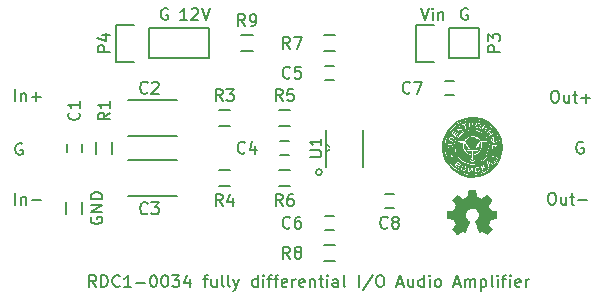
<source format=gbr>
G04 #@! TF.FileFunction,Legend,Top*
%FSLAX46Y46*%
G04 Gerber Fmt 4.6, Leading zero omitted, Abs format (unit mm)*
G04 Created by KiCad (PCBNEW 4.0.5) date 12/26/17 14:51:36*
%MOMM*%
%LPD*%
G01*
G04 APERTURE LIST*
%ADD10C,0.100000*%
%ADD11C,0.200000*%
%ADD12C,0.150000*%
%ADD13C,0.152400*%
%ADD14C,0.010000*%
G04 APERTURE END LIST*
D10*
D11*
X164465000Y-78232000D02*
G75*
G03X164465000Y-78232000I-254000J0D01*
G01*
D12*
X186570905Y-75700000D02*
X186475667Y-75652381D01*
X186332810Y-75652381D01*
X186189952Y-75700000D01*
X186094714Y-75795238D01*
X186047095Y-75890476D01*
X185999476Y-76080952D01*
X185999476Y-76223810D01*
X186047095Y-76414286D01*
X186094714Y-76509524D01*
X186189952Y-76604762D01*
X186332810Y-76652381D01*
X186428048Y-76652381D01*
X186570905Y-76604762D01*
X186618524Y-76557143D01*
X186618524Y-76223810D01*
X186428048Y-76223810D01*
X139072905Y-75827000D02*
X138977667Y-75779381D01*
X138834810Y-75779381D01*
X138691952Y-75827000D01*
X138596714Y-75922238D01*
X138549095Y-76017476D01*
X138501476Y-76207952D01*
X138501476Y-76350810D01*
X138549095Y-76541286D01*
X138596714Y-76636524D01*
X138691952Y-76731762D01*
X138834810Y-76779381D01*
X138930048Y-76779381D01*
X139072905Y-76731762D01*
X139120524Y-76684143D01*
X139120524Y-76350810D01*
X138930048Y-76350810D01*
X153050953Y-65349381D02*
X152479524Y-65349381D01*
X152765238Y-65349381D02*
X152765238Y-64349381D01*
X152670000Y-64492238D01*
X152574762Y-64587476D01*
X152479524Y-64635095D01*
X153431905Y-64444619D02*
X153479524Y-64397000D01*
X153574762Y-64349381D01*
X153812858Y-64349381D01*
X153908096Y-64397000D01*
X153955715Y-64444619D01*
X154003334Y-64539857D01*
X154003334Y-64635095D01*
X153955715Y-64777952D01*
X153384286Y-65349381D01*
X154003334Y-65349381D01*
X154289048Y-64349381D02*
X154622381Y-65349381D01*
X154955715Y-64349381D01*
X151391905Y-64397000D02*
X151296667Y-64349381D01*
X151153810Y-64349381D01*
X151010952Y-64397000D01*
X150915714Y-64492238D01*
X150868095Y-64587476D01*
X150820476Y-64777952D01*
X150820476Y-64920810D01*
X150868095Y-65111286D01*
X150915714Y-65206524D01*
X151010952Y-65301762D01*
X151153810Y-65349381D01*
X151249048Y-65349381D01*
X151391905Y-65301762D01*
X151439524Y-65254143D01*
X151439524Y-64920810D01*
X151249048Y-64920810D01*
X176791905Y-64397000D02*
X176696667Y-64349381D01*
X176553810Y-64349381D01*
X176410952Y-64397000D01*
X176315714Y-64492238D01*
X176268095Y-64587476D01*
X176220476Y-64777952D01*
X176220476Y-64920810D01*
X176268095Y-65111286D01*
X176315714Y-65206524D01*
X176410952Y-65301762D01*
X176553810Y-65349381D01*
X176649048Y-65349381D01*
X176791905Y-65301762D01*
X176839524Y-65254143D01*
X176839524Y-64920810D01*
X176649048Y-64920810D01*
X172839191Y-64349381D02*
X173172524Y-65349381D01*
X173505858Y-64349381D01*
X173839191Y-65349381D02*
X173839191Y-64682714D01*
X173839191Y-64349381D02*
X173791572Y-64397000D01*
X173839191Y-64444619D01*
X173886810Y-64397000D01*
X173839191Y-64349381D01*
X173839191Y-64444619D01*
X174315381Y-64682714D02*
X174315381Y-65349381D01*
X174315381Y-64777952D02*
X174363000Y-64730333D01*
X174458238Y-64682714D01*
X174601096Y-64682714D01*
X174696334Y-64730333D01*
X174743953Y-64825571D01*
X174743953Y-65349381D01*
X183840619Y-79970381D02*
X184031096Y-79970381D01*
X184126334Y-80018000D01*
X184221572Y-80113238D01*
X184269191Y-80303714D01*
X184269191Y-80637048D01*
X184221572Y-80827524D01*
X184126334Y-80922762D01*
X184031096Y-80970381D01*
X183840619Y-80970381D01*
X183745381Y-80922762D01*
X183650143Y-80827524D01*
X183602524Y-80637048D01*
X183602524Y-80303714D01*
X183650143Y-80113238D01*
X183745381Y-80018000D01*
X183840619Y-79970381D01*
X185126334Y-80303714D02*
X185126334Y-80970381D01*
X184697762Y-80303714D02*
X184697762Y-80827524D01*
X184745381Y-80922762D01*
X184840619Y-80970381D01*
X184983477Y-80970381D01*
X185078715Y-80922762D01*
X185126334Y-80875143D01*
X185459667Y-80303714D02*
X185840619Y-80303714D01*
X185602524Y-79970381D02*
X185602524Y-80827524D01*
X185650143Y-80922762D01*
X185745381Y-80970381D01*
X185840619Y-80970381D01*
X186173953Y-80589429D02*
X186935858Y-80589429D01*
X184094619Y-71334381D02*
X184285096Y-71334381D01*
X184380334Y-71382000D01*
X184475572Y-71477238D01*
X184523191Y-71667714D01*
X184523191Y-72001048D01*
X184475572Y-72191524D01*
X184380334Y-72286762D01*
X184285096Y-72334381D01*
X184094619Y-72334381D01*
X183999381Y-72286762D01*
X183904143Y-72191524D01*
X183856524Y-72001048D01*
X183856524Y-71667714D01*
X183904143Y-71477238D01*
X183999381Y-71382000D01*
X184094619Y-71334381D01*
X185380334Y-71667714D02*
X185380334Y-72334381D01*
X184951762Y-71667714D02*
X184951762Y-72191524D01*
X184999381Y-72286762D01*
X185094619Y-72334381D01*
X185237477Y-72334381D01*
X185332715Y-72286762D01*
X185380334Y-72239143D01*
X185713667Y-71667714D02*
X186094619Y-71667714D01*
X185856524Y-71334381D02*
X185856524Y-72191524D01*
X185904143Y-72286762D01*
X185999381Y-72334381D01*
X186094619Y-72334381D01*
X186427953Y-71953429D02*
X187189858Y-71953429D01*
X186808906Y-72334381D02*
X186808906Y-71572476D01*
X138501572Y-80970381D02*
X138501572Y-79970381D01*
X138977762Y-80303714D02*
X138977762Y-80970381D01*
X138977762Y-80398952D02*
X139025381Y-80351333D01*
X139120619Y-80303714D01*
X139263477Y-80303714D01*
X139358715Y-80351333D01*
X139406334Y-80446571D01*
X139406334Y-80970381D01*
X139882524Y-80589429D02*
X140644429Y-80589429D01*
X138501572Y-72207381D02*
X138501572Y-71207381D01*
X138977762Y-71540714D02*
X138977762Y-72207381D01*
X138977762Y-71635952D02*
X139025381Y-71588333D01*
X139120619Y-71540714D01*
X139263477Y-71540714D01*
X139358715Y-71588333D01*
X139406334Y-71683571D01*
X139406334Y-72207381D01*
X139882524Y-71826429D02*
X140644429Y-71826429D01*
X140263477Y-72207381D02*
X140263477Y-71445476D01*
X145345808Y-87955381D02*
X145012474Y-87479190D01*
X144774379Y-87955381D02*
X144774379Y-86955381D01*
X145155332Y-86955381D01*
X145250570Y-87003000D01*
X145298189Y-87050619D01*
X145345808Y-87145857D01*
X145345808Y-87288714D01*
X145298189Y-87383952D01*
X145250570Y-87431571D01*
X145155332Y-87479190D01*
X144774379Y-87479190D01*
X145774379Y-87955381D02*
X145774379Y-86955381D01*
X146012474Y-86955381D01*
X146155332Y-87003000D01*
X146250570Y-87098238D01*
X146298189Y-87193476D01*
X146345808Y-87383952D01*
X146345808Y-87526810D01*
X146298189Y-87717286D01*
X146250570Y-87812524D01*
X146155332Y-87907762D01*
X146012474Y-87955381D01*
X145774379Y-87955381D01*
X147345808Y-87860143D02*
X147298189Y-87907762D01*
X147155332Y-87955381D01*
X147060094Y-87955381D01*
X146917236Y-87907762D01*
X146821998Y-87812524D01*
X146774379Y-87717286D01*
X146726760Y-87526810D01*
X146726760Y-87383952D01*
X146774379Y-87193476D01*
X146821998Y-87098238D01*
X146917236Y-87003000D01*
X147060094Y-86955381D01*
X147155332Y-86955381D01*
X147298189Y-87003000D01*
X147345808Y-87050619D01*
X148298189Y-87955381D02*
X147726760Y-87955381D01*
X148012474Y-87955381D02*
X148012474Y-86955381D01*
X147917236Y-87098238D01*
X147821998Y-87193476D01*
X147726760Y-87241095D01*
X148726760Y-87574429D02*
X149488665Y-87574429D01*
X150155331Y-86955381D02*
X150250570Y-86955381D01*
X150345808Y-87003000D01*
X150393427Y-87050619D01*
X150441046Y-87145857D01*
X150488665Y-87336333D01*
X150488665Y-87574429D01*
X150441046Y-87764905D01*
X150393427Y-87860143D01*
X150345808Y-87907762D01*
X150250570Y-87955381D01*
X150155331Y-87955381D01*
X150060093Y-87907762D01*
X150012474Y-87860143D01*
X149964855Y-87764905D01*
X149917236Y-87574429D01*
X149917236Y-87336333D01*
X149964855Y-87145857D01*
X150012474Y-87050619D01*
X150060093Y-87003000D01*
X150155331Y-86955381D01*
X151107712Y-86955381D02*
X151202951Y-86955381D01*
X151298189Y-87003000D01*
X151345808Y-87050619D01*
X151393427Y-87145857D01*
X151441046Y-87336333D01*
X151441046Y-87574429D01*
X151393427Y-87764905D01*
X151345808Y-87860143D01*
X151298189Y-87907762D01*
X151202951Y-87955381D01*
X151107712Y-87955381D01*
X151012474Y-87907762D01*
X150964855Y-87860143D01*
X150917236Y-87764905D01*
X150869617Y-87574429D01*
X150869617Y-87336333D01*
X150917236Y-87145857D01*
X150964855Y-87050619D01*
X151012474Y-87003000D01*
X151107712Y-86955381D01*
X151774379Y-86955381D02*
X152393427Y-86955381D01*
X152060093Y-87336333D01*
X152202951Y-87336333D01*
X152298189Y-87383952D01*
X152345808Y-87431571D01*
X152393427Y-87526810D01*
X152393427Y-87764905D01*
X152345808Y-87860143D01*
X152298189Y-87907762D01*
X152202951Y-87955381D01*
X151917236Y-87955381D01*
X151821998Y-87907762D01*
X151774379Y-87860143D01*
X153250570Y-87288714D02*
X153250570Y-87955381D01*
X153012474Y-86907762D02*
X152774379Y-87622048D01*
X153393427Y-87622048D01*
X154393427Y-87288714D02*
X154774379Y-87288714D01*
X154536284Y-87955381D02*
X154536284Y-87098238D01*
X154583903Y-87003000D01*
X154679141Y-86955381D01*
X154774379Y-86955381D01*
X155536285Y-87288714D02*
X155536285Y-87955381D01*
X155107713Y-87288714D02*
X155107713Y-87812524D01*
X155155332Y-87907762D01*
X155250570Y-87955381D01*
X155393428Y-87955381D01*
X155488666Y-87907762D01*
X155536285Y-87860143D01*
X156155332Y-87955381D02*
X156060094Y-87907762D01*
X156012475Y-87812524D01*
X156012475Y-86955381D01*
X156679142Y-87955381D02*
X156583904Y-87907762D01*
X156536285Y-87812524D01*
X156536285Y-86955381D01*
X156964857Y-87288714D02*
X157202952Y-87955381D01*
X157441048Y-87288714D02*
X157202952Y-87955381D01*
X157107714Y-88193476D01*
X157060095Y-88241095D01*
X156964857Y-88288714D01*
X159012477Y-87955381D02*
X159012477Y-86955381D01*
X159012477Y-87907762D02*
X158917239Y-87955381D01*
X158726762Y-87955381D01*
X158631524Y-87907762D01*
X158583905Y-87860143D01*
X158536286Y-87764905D01*
X158536286Y-87479190D01*
X158583905Y-87383952D01*
X158631524Y-87336333D01*
X158726762Y-87288714D01*
X158917239Y-87288714D01*
X159012477Y-87336333D01*
X159488667Y-87955381D02*
X159488667Y-87288714D01*
X159488667Y-86955381D02*
X159441048Y-87003000D01*
X159488667Y-87050619D01*
X159536286Y-87003000D01*
X159488667Y-86955381D01*
X159488667Y-87050619D01*
X159822000Y-87288714D02*
X160202952Y-87288714D01*
X159964857Y-87955381D02*
X159964857Y-87098238D01*
X160012476Y-87003000D01*
X160107714Y-86955381D01*
X160202952Y-86955381D01*
X160393429Y-87288714D02*
X160774381Y-87288714D01*
X160536286Y-87955381D02*
X160536286Y-87098238D01*
X160583905Y-87003000D01*
X160679143Y-86955381D01*
X160774381Y-86955381D01*
X161488668Y-87907762D02*
X161393430Y-87955381D01*
X161202953Y-87955381D01*
X161107715Y-87907762D01*
X161060096Y-87812524D01*
X161060096Y-87431571D01*
X161107715Y-87336333D01*
X161202953Y-87288714D01*
X161393430Y-87288714D01*
X161488668Y-87336333D01*
X161536287Y-87431571D01*
X161536287Y-87526810D01*
X161060096Y-87622048D01*
X161964858Y-87955381D02*
X161964858Y-87288714D01*
X161964858Y-87479190D02*
X162012477Y-87383952D01*
X162060096Y-87336333D01*
X162155334Y-87288714D01*
X162250573Y-87288714D01*
X162964859Y-87907762D02*
X162869621Y-87955381D01*
X162679144Y-87955381D01*
X162583906Y-87907762D01*
X162536287Y-87812524D01*
X162536287Y-87431571D01*
X162583906Y-87336333D01*
X162679144Y-87288714D01*
X162869621Y-87288714D01*
X162964859Y-87336333D01*
X163012478Y-87431571D01*
X163012478Y-87526810D01*
X162536287Y-87622048D01*
X163441049Y-87288714D02*
X163441049Y-87955381D01*
X163441049Y-87383952D02*
X163488668Y-87336333D01*
X163583906Y-87288714D01*
X163726764Y-87288714D01*
X163822002Y-87336333D01*
X163869621Y-87431571D01*
X163869621Y-87955381D01*
X164202954Y-87288714D02*
X164583906Y-87288714D01*
X164345811Y-86955381D02*
X164345811Y-87812524D01*
X164393430Y-87907762D01*
X164488668Y-87955381D01*
X164583906Y-87955381D01*
X164917240Y-87955381D02*
X164917240Y-87288714D01*
X164917240Y-86955381D02*
X164869621Y-87003000D01*
X164917240Y-87050619D01*
X164964859Y-87003000D01*
X164917240Y-86955381D01*
X164917240Y-87050619D01*
X165822002Y-87955381D02*
X165822002Y-87431571D01*
X165774383Y-87336333D01*
X165679145Y-87288714D01*
X165488668Y-87288714D01*
X165393430Y-87336333D01*
X165822002Y-87907762D02*
X165726764Y-87955381D01*
X165488668Y-87955381D01*
X165393430Y-87907762D01*
X165345811Y-87812524D01*
X165345811Y-87717286D01*
X165393430Y-87622048D01*
X165488668Y-87574429D01*
X165726764Y-87574429D01*
X165822002Y-87526810D01*
X166441049Y-87955381D02*
X166345811Y-87907762D01*
X166298192Y-87812524D01*
X166298192Y-86955381D01*
X167583907Y-87955381D02*
X167583907Y-86955381D01*
X168774383Y-86907762D02*
X167917240Y-88193476D01*
X169298192Y-86955381D02*
X169488669Y-86955381D01*
X169583907Y-87003000D01*
X169679145Y-87098238D01*
X169726764Y-87288714D01*
X169726764Y-87622048D01*
X169679145Y-87812524D01*
X169583907Y-87907762D01*
X169488669Y-87955381D01*
X169298192Y-87955381D01*
X169202954Y-87907762D01*
X169107716Y-87812524D01*
X169060097Y-87622048D01*
X169060097Y-87288714D01*
X169107716Y-87098238D01*
X169202954Y-87003000D01*
X169298192Y-86955381D01*
X170869621Y-87669667D02*
X171345812Y-87669667D01*
X170774383Y-87955381D02*
X171107716Y-86955381D01*
X171441050Y-87955381D01*
X172202955Y-87288714D02*
X172202955Y-87955381D01*
X171774383Y-87288714D02*
X171774383Y-87812524D01*
X171822002Y-87907762D01*
X171917240Y-87955381D01*
X172060098Y-87955381D01*
X172155336Y-87907762D01*
X172202955Y-87860143D01*
X173107717Y-87955381D02*
X173107717Y-86955381D01*
X173107717Y-87907762D02*
X173012479Y-87955381D01*
X172822002Y-87955381D01*
X172726764Y-87907762D01*
X172679145Y-87860143D01*
X172631526Y-87764905D01*
X172631526Y-87479190D01*
X172679145Y-87383952D01*
X172726764Y-87336333D01*
X172822002Y-87288714D01*
X173012479Y-87288714D01*
X173107717Y-87336333D01*
X173583907Y-87955381D02*
X173583907Y-87288714D01*
X173583907Y-86955381D02*
X173536288Y-87003000D01*
X173583907Y-87050619D01*
X173631526Y-87003000D01*
X173583907Y-86955381D01*
X173583907Y-87050619D01*
X174202954Y-87955381D02*
X174107716Y-87907762D01*
X174060097Y-87860143D01*
X174012478Y-87764905D01*
X174012478Y-87479190D01*
X174060097Y-87383952D01*
X174107716Y-87336333D01*
X174202954Y-87288714D01*
X174345812Y-87288714D01*
X174441050Y-87336333D01*
X174488669Y-87383952D01*
X174536288Y-87479190D01*
X174536288Y-87764905D01*
X174488669Y-87860143D01*
X174441050Y-87907762D01*
X174345812Y-87955381D01*
X174202954Y-87955381D01*
X175679145Y-87669667D02*
X176155336Y-87669667D01*
X175583907Y-87955381D02*
X175917240Y-86955381D01*
X176250574Y-87955381D01*
X176583907Y-87955381D02*
X176583907Y-87288714D01*
X176583907Y-87383952D02*
X176631526Y-87336333D01*
X176726764Y-87288714D01*
X176869622Y-87288714D01*
X176964860Y-87336333D01*
X177012479Y-87431571D01*
X177012479Y-87955381D01*
X177012479Y-87431571D02*
X177060098Y-87336333D01*
X177155336Y-87288714D01*
X177298193Y-87288714D01*
X177393431Y-87336333D01*
X177441050Y-87431571D01*
X177441050Y-87955381D01*
X177917240Y-87288714D02*
X177917240Y-88288714D01*
X177917240Y-87336333D02*
X178012478Y-87288714D01*
X178202955Y-87288714D01*
X178298193Y-87336333D01*
X178345812Y-87383952D01*
X178393431Y-87479190D01*
X178393431Y-87764905D01*
X178345812Y-87860143D01*
X178298193Y-87907762D01*
X178202955Y-87955381D01*
X178012478Y-87955381D01*
X177917240Y-87907762D01*
X178964859Y-87955381D02*
X178869621Y-87907762D01*
X178822002Y-87812524D01*
X178822002Y-86955381D01*
X179345812Y-87955381D02*
X179345812Y-87288714D01*
X179345812Y-86955381D02*
X179298193Y-87003000D01*
X179345812Y-87050619D01*
X179393431Y-87003000D01*
X179345812Y-86955381D01*
X179345812Y-87050619D01*
X179679145Y-87288714D02*
X180060097Y-87288714D01*
X179822002Y-87955381D02*
X179822002Y-87098238D01*
X179869621Y-87003000D01*
X179964859Y-86955381D01*
X180060097Y-86955381D01*
X180393431Y-87955381D02*
X180393431Y-87288714D01*
X180393431Y-86955381D02*
X180345812Y-87003000D01*
X180393431Y-87050619D01*
X180441050Y-87003000D01*
X180393431Y-86955381D01*
X180393431Y-87050619D01*
X181250574Y-87907762D02*
X181155336Y-87955381D01*
X180964859Y-87955381D01*
X180869621Y-87907762D01*
X180822002Y-87812524D01*
X180822002Y-87431571D01*
X180869621Y-87336333D01*
X180964859Y-87288714D01*
X181155336Y-87288714D01*
X181250574Y-87336333D01*
X181298193Y-87431571D01*
X181298193Y-87526810D01*
X180822002Y-87622048D01*
X181726764Y-87955381D02*
X181726764Y-87288714D01*
X181726764Y-87479190D02*
X181774383Y-87383952D01*
X181822002Y-87336333D01*
X181917240Y-87288714D01*
X182012479Y-87288714D01*
X144110000Y-75850000D02*
X144110000Y-76550000D01*
X142910000Y-76550000D02*
X142910000Y-75850000D01*
X148060000Y-72160000D02*
X152160000Y-72160000D01*
X148060000Y-75160000D02*
X152160000Y-75160000D01*
X148060000Y-77240000D02*
X152160000Y-77240000D01*
X148060000Y-80240000D02*
X152160000Y-80240000D01*
X160940000Y-75600000D02*
X161640000Y-75600000D01*
X161640000Y-76800000D02*
X160940000Y-76800000D01*
X165450000Y-70450000D02*
X164750000Y-70450000D01*
X164750000Y-69250000D02*
X165450000Y-69250000D01*
X165450000Y-83150000D02*
X164750000Y-83150000D01*
X164750000Y-81950000D02*
X165450000Y-81950000D01*
X175610000Y-71720000D02*
X174910000Y-71720000D01*
X174910000Y-70520000D02*
X175610000Y-70520000D01*
X169830000Y-80045000D02*
X170530000Y-80045000D01*
X170530000Y-81245000D02*
X169830000Y-81245000D01*
X175260000Y-66040000D02*
X177800000Y-66040000D01*
X172440000Y-65760000D02*
X173990000Y-65760000D01*
X175260000Y-66040000D02*
X175260000Y-68580000D01*
X173990000Y-68860000D02*
X172440000Y-68860000D01*
X172440000Y-68860000D02*
X172440000Y-65760000D01*
X175260000Y-68580000D02*
X177800000Y-68580000D01*
X177800000Y-68580000D02*
X177800000Y-66040000D01*
X149860000Y-68580000D02*
X154940000Y-68580000D01*
X154940000Y-68580000D02*
X154940000Y-66040000D01*
X154940000Y-66040000D02*
X149860000Y-66040000D01*
X147040000Y-65760000D02*
X148590000Y-65760000D01*
X149860000Y-66040000D02*
X149860000Y-68580000D01*
X148590000Y-68860000D02*
X147040000Y-68860000D01*
X147040000Y-68860000D02*
X147040000Y-65760000D01*
X146725000Y-75700000D02*
X146725000Y-76700000D01*
X145375000Y-76700000D02*
X145375000Y-75700000D01*
X144185000Y-80780000D02*
X144185000Y-81780000D01*
X142835000Y-81780000D02*
X142835000Y-80780000D01*
X155710000Y-72985000D02*
X156710000Y-72985000D01*
X156710000Y-74335000D02*
X155710000Y-74335000D01*
X155710000Y-78065000D02*
X156710000Y-78065000D01*
X156710000Y-79415000D02*
X155710000Y-79415000D01*
X160790000Y-72985000D02*
X161790000Y-72985000D01*
X161790000Y-74335000D02*
X160790000Y-74335000D01*
X160790000Y-78065000D02*
X161790000Y-78065000D01*
X161790000Y-79415000D02*
X160790000Y-79415000D01*
X164600000Y-66635000D02*
X165600000Y-66635000D01*
X165600000Y-67985000D02*
X164600000Y-67985000D01*
X164600000Y-84415000D02*
X165600000Y-84415000D01*
X165600000Y-85765000D02*
X164600000Y-85765000D01*
X158615000Y-67985000D02*
X157615000Y-67985000D01*
X157615000Y-66635000D02*
X158615000Y-66635000D01*
D13*
X167919400Y-77749400D02*
X167919400Y-74650600D01*
X164820600Y-74650600D02*
X164820600Y-75895200D01*
X164820600Y-75895200D02*
X164820600Y-76504800D01*
X164820600Y-76504800D02*
X164820600Y-77749400D01*
X164820601Y-75895202D02*
G75*
G02X165100000Y-76073000I-5371J-316868D01*
G01*
X165100001Y-76327001D02*
G75*
G02X164820600Y-76504800I-284771J139071D01*
G01*
D14*
G36*
X177535893Y-73584046D02*
X177756192Y-73621002D01*
X177964432Y-73680636D01*
X178179070Y-73767545D01*
X178269900Y-73810510D01*
X178584239Y-73991234D01*
X178863277Y-74207527D01*
X179105168Y-74456730D01*
X179308069Y-74736187D01*
X179470138Y-75043240D01*
X179589529Y-75375233D01*
X179664400Y-75729509D01*
X179677907Y-75839769D01*
X179688282Y-76179401D01*
X179651651Y-76518995D01*
X179570162Y-76850901D01*
X179445960Y-77167466D01*
X179281191Y-77461040D01*
X179185497Y-77595217D01*
X178942643Y-77870566D01*
X178671523Y-78103935D01*
X178373891Y-78294324D01*
X178051497Y-78440736D01*
X177706094Y-78542172D01*
X177445066Y-78586685D01*
X177263235Y-78604347D01*
X177110032Y-78607990D01*
X176965366Y-78597993D01*
X176949100Y-78596075D01*
X176602482Y-78537210D01*
X176291226Y-78447916D01*
X176007575Y-78324624D01*
X175743772Y-78163770D01*
X175492063Y-77961783D01*
X175415977Y-77890932D01*
X175179642Y-77630023D01*
X174985743Y-77345064D01*
X174834750Y-77040632D01*
X174727133Y-76721302D01*
X174663360Y-76391650D01*
X174643901Y-76056250D01*
X174646286Y-76024544D01*
X174786448Y-76024544D01*
X174789740Y-76228996D01*
X174803086Y-76423958D01*
X174826354Y-76594636D01*
X174848731Y-76692633D01*
X174970955Y-77031277D01*
X175133757Y-77340497D01*
X175334850Y-77618130D01*
X175571948Y-77862017D01*
X175842766Y-78069996D01*
X176145017Y-78239907D01*
X176476415Y-78369589D01*
X176682400Y-78425826D01*
X176796084Y-78442895D01*
X176946341Y-78452190D01*
X177119613Y-78454172D01*
X177302345Y-78449300D01*
X177480980Y-78438035D01*
X177641963Y-78420838D01*
X177771737Y-78398170D01*
X177812700Y-78387425D01*
X178148033Y-78260648D01*
X178454885Y-78092803D01*
X178730709Y-77886422D01*
X178972958Y-77644039D01*
X179179084Y-77368187D01*
X179346541Y-77061397D01*
X179468308Y-76740933D01*
X179494008Y-76653174D01*
X179512436Y-76576052D01*
X179524828Y-76498017D01*
X179532418Y-76407520D01*
X179536444Y-76293011D01*
X179538138Y-76142942D01*
X179538390Y-76085700D01*
X179535755Y-75867144D01*
X179524262Y-75685674D01*
X179501064Y-75527932D01*
X179463315Y-75380560D01*
X179408168Y-75230202D01*
X179332775Y-75063498D01*
X179311019Y-75018900D01*
X179135757Y-74719448D01*
X178922310Y-74452070D01*
X178673800Y-74219267D01*
X178393347Y-74023541D01*
X178084071Y-73867392D01*
X177749094Y-73753322D01*
X177723800Y-73746731D01*
X177571134Y-73718816D01*
X177384948Y-73701720D01*
X177181355Y-73695442D01*
X176976469Y-73699986D01*
X176786404Y-73715352D01*
X176627276Y-73741541D01*
X176606200Y-73746625D01*
X176272617Y-73856960D01*
X175963710Y-74010220D01*
X175682553Y-74203354D01*
X175432220Y-74433308D01*
X175215785Y-74697030D01*
X175036322Y-74991468D01*
X174896907Y-75313568D01*
X174838200Y-75502195D01*
X174810547Y-75646350D01*
X174793339Y-75825398D01*
X174786448Y-76024544D01*
X174646286Y-76024544D01*
X174669225Y-75719678D01*
X174739801Y-75386510D01*
X174856097Y-75061320D01*
X175018584Y-74748684D01*
X175083410Y-74647581D01*
X175184986Y-74513756D01*
X175314526Y-74367823D01*
X175458218Y-74223660D01*
X175602249Y-74095142D01*
X175729900Y-73998095D01*
X176030060Y-73820656D01*
X176334995Y-73690844D01*
X176651497Y-73606768D01*
X176986362Y-73566536D01*
X177285074Y-73565168D01*
X177535893Y-73584046D01*
X177535893Y-73584046D01*
G37*
X177535893Y-73584046D02*
X177756192Y-73621002D01*
X177964432Y-73680636D01*
X178179070Y-73767545D01*
X178269900Y-73810510D01*
X178584239Y-73991234D01*
X178863277Y-74207527D01*
X179105168Y-74456730D01*
X179308069Y-74736187D01*
X179470138Y-75043240D01*
X179589529Y-75375233D01*
X179664400Y-75729509D01*
X179677907Y-75839769D01*
X179688282Y-76179401D01*
X179651651Y-76518995D01*
X179570162Y-76850901D01*
X179445960Y-77167466D01*
X179281191Y-77461040D01*
X179185497Y-77595217D01*
X178942643Y-77870566D01*
X178671523Y-78103935D01*
X178373891Y-78294324D01*
X178051497Y-78440736D01*
X177706094Y-78542172D01*
X177445066Y-78586685D01*
X177263235Y-78604347D01*
X177110032Y-78607990D01*
X176965366Y-78597993D01*
X176949100Y-78596075D01*
X176602482Y-78537210D01*
X176291226Y-78447916D01*
X176007575Y-78324624D01*
X175743772Y-78163770D01*
X175492063Y-77961783D01*
X175415977Y-77890932D01*
X175179642Y-77630023D01*
X174985743Y-77345064D01*
X174834750Y-77040632D01*
X174727133Y-76721302D01*
X174663360Y-76391650D01*
X174643901Y-76056250D01*
X174646286Y-76024544D01*
X174786448Y-76024544D01*
X174789740Y-76228996D01*
X174803086Y-76423958D01*
X174826354Y-76594636D01*
X174848731Y-76692633D01*
X174970955Y-77031277D01*
X175133757Y-77340497D01*
X175334850Y-77618130D01*
X175571948Y-77862017D01*
X175842766Y-78069996D01*
X176145017Y-78239907D01*
X176476415Y-78369589D01*
X176682400Y-78425826D01*
X176796084Y-78442895D01*
X176946341Y-78452190D01*
X177119613Y-78454172D01*
X177302345Y-78449300D01*
X177480980Y-78438035D01*
X177641963Y-78420838D01*
X177771737Y-78398170D01*
X177812700Y-78387425D01*
X178148033Y-78260648D01*
X178454885Y-78092803D01*
X178730709Y-77886422D01*
X178972958Y-77644039D01*
X179179084Y-77368187D01*
X179346541Y-77061397D01*
X179468308Y-76740933D01*
X179494008Y-76653174D01*
X179512436Y-76576052D01*
X179524828Y-76498017D01*
X179532418Y-76407520D01*
X179536444Y-76293011D01*
X179538138Y-76142942D01*
X179538390Y-76085700D01*
X179535755Y-75867144D01*
X179524262Y-75685674D01*
X179501064Y-75527932D01*
X179463315Y-75380560D01*
X179408168Y-75230202D01*
X179332775Y-75063498D01*
X179311019Y-75018900D01*
X179135757Y-74719448D01*
X178922310Y-74452070D01*
X178673800Y-74219267D01*
X178393347Y-74023541D01*
X178084071Y-73867392D01*
X177749094Y-73753322D01*
X177723800Y-73746731D01*
X177571134Y-73718816D01*
X177384948Y-73701720D01*
X177181355Y-73695442D01*
X176976469Y-73699986D01*
X176786404Y-73715352D01*
X176627276Y-73741541D01*
X176606200Y-73746625D01*
X176272617Y-73856960D01*
X175963710Y-74010220D01*
X175682553Y-74203354D01*
X175432220Y-74433308D01*
X175215785Y-74697030D01*
X175036322Y-74991468D01*
X174896907Y-75313568D01*
X174838200Y-75502195D01*
X174810547Y-75646350D01*
X174793339Y-75825398D01*
X174786448Y-76024544D01*
X174646286Y-76024544D01*
X174669225Y-75719678D01*
X174739801Y-75386510D01*
X174856097Y-75061320D01*
X175018584Y-74748684D01*
X175083410Y-74647581D01*
X175184986Y-74513756D01*
X175314526Y-74367823D01*
X175458218Y-74223660D01*
X175602249Y-74095142D01*
X175729900Y-73998095D01*
X176030060Y-73820656D01*
X176334995Y-73690844D01*
X176651497Y-73606768D01*
X176986362Y-73566536D01*
X177285074Y-73565168D01*
X177535893Y-73584046D01*
G36*
X177322424Y-73804316D02*
X177441799Y-73807711D01*
X177535862Y-73815088D01*
X177617348Y-73827854D01*
X177698996Y-73847415D01*
X177781923Y-73871619D01*
X178114450Y-73997814D01*
X178415839Y-74163008D01*
X178684093Y-74365192D01*
X178917216Y-74602361D01*
X179113211Y-74872509D01*
X179270082Y-75173627D01*
X179378081Y-75476100D01*
X179414504Y-75646900D01*
X179437784Y-75848867D01*
X179447282Y-76063930D01*
X179442362Y-76274020D01*
X179422388Y-76461065D01*
X179414345Y-76505201D01*
X179325338Y-76834640D01*
X179197087Y-77133725D01*
X179027371Y-77406893D01*
X178861175Y-77608742D01*
X178625803Y-77836342D01*
X178377952Y-78019029D01*
X178108452Y-78162582D01*
X177808137Y-78272778D01*
X177807323Y-78273022D01*
X177644151Y-78310403D01*
X177450589Y-78336778D01*
X177242763Y-78351440D01*
X177036800Y-78353685D01*
X176848826Y-78342808D01*
X176707800Y-78321091D01*
X176376534Y-78222676D01*
X176347567Y-78209457D01*
X176738074Y-78209457D01*
X176758542Y-78228519D01*
X176814646Y-78232000D01*
X176873215Y-78224214D01*
X176922702Y-78193905D01*
X176979540Y-78130644D01*
X176984738Y-78124050D01*
X177069347Y-78016100D01*
X177056910Y-78135712D01*
X177053344Y-78216584D01*
X177068979Y-78259975D01*
X177111013Y-78277761D01*
X177144799Y-78280794D01*
X177181268Y-78261738D01*
X177201394Y-78200250D01*
X177224311Y-78049342D01*
X177232508Y-77985776D01*
X177326929Y-77985776D01*
X177339917Y-78054596D01*
X177372841Y-78128805D01*
X177416262Y-78185606D01*
X177425395Y-78192981D01*
X177498631Y-78221506D01*
X177593835Y-78231099D01*
X177685409Y-78220660D01*
X177725206Y-78205847D01*
X177777750Y-78158210D01*
X177819755Y-78087613D01*
X177840671Y-78015345D01*
X177838109Y-77978029D01*
X177809250Y-77945993D01*
X177764475Y-77951113D01*
X177716845Y-77988820D01*
X177689924Y-78029869D01*
X177645550Y-78079826D01*
X177584300Y-78092300D01*
X177529357Y-78083530D01*
X177498966Y-78047242D01*
X177486271Y-78010255D01*
X177475843Y-77935660D01*
X177494780Y-77889605D01*
X177539273Y-77861045D01*
X177595336Y-77851711D01*
X177640557Y-77863207D01*
X177652472Y-77878317D01*
X177679404Y-77891968D01*
X177728650Y-77888566D01*
X177776666Y-77872909D01*
X177799907Y-77849797D01*
X177800000Y-77848246D01*
X177777625Y-77800175D01*
X177721797Y-77756686D01*
X177649455Y-77728754D01*
X177608238Y-77724000D01*
X177486839Y-77743616D01*
X177395965Y-77798125D01*
X177340900Y-77881015D01*
X177326929Y-77985776D01*
X177232508Y-77985776D01*
X177240118Y-77926774D01*
X177248119Y-77839047D01*
X177247618Y-77792664D01*
X177245556Y-77787623D01*
X177212242Y-77776741D01*
X177185272Y-77774800D01*
X177153080Y-77767635D01*
X177158330Y-77737110D01*
X177165201Y-77723623D01*
X177179044Y-77680601D01*
X177173492Y-77675334D01*
X177811809Y-77675334D01*
X177824319Y-77715586D01*
X177857849Y-77782428D01*
X177889534Y-77840546D01*
X177951493Y-77952084D01*
X177995440Y-78024838D01*
X178027802Y-78064562D01*
X178055009Y-78077005D01*
X178083488Y-78067919D01*
X178117584Y-78044579D01*
X178148470Y-78017371D01*
X178149176Y-77989548D01*
X178120409Y-77940775D01*
X178090637Y-77885068D01*
X178096546Y-77859248D01*
X178141036Y-77861699D01*
X178217072Y-77886975D01*
X178288209Y-77911885D01*
X178333027Y-77917005D01*
X178371999Y-77902325D01*
X178396743Y-77886867D01*
X178435429Y-77856732D01*
X178441561Y-77832196D01*
X178410388Y-77807135D01*
X178337160Y-77775422D01*
X178299164Y-77761039D01*
X178226927Y-77729753D01*
X178177316Y-77700048D01*
X178165099Y-77686719D01*
X178166428Y-77647226D01*
X178182470Y-77580554D01*
X178193256Y-77547457D01*
X178214348Y-77479702D01*
X178223092Y-77434714D01*
X178221731Y-77426064D01*
X178194522Y-77429211D01*
X178142361Y-77451064D01*
X178136206Y-77454193D01*
X178078687Y-77499727D01*
X178039796Y-77574091D01*
X178028130Y-77611376D01*
X177994968Y-77729819D01*
X177960173Y-77663409D01*
X177925476Y-77610598D01*
X177890251Y-77601604D01*
X177839416Y-77630996D01*
X177817710Y-77650771D01*
X177811809Y-77675334D01*
X177173492Y-77675334D01*
X177155452Y-77658222D01*
X177153071Y-77657281D01*
X177102127Y-77659182D01*
X177075300Y-77673863D01*
X177038463Y-77691125D01*
X176998474Y-77670381D01*
X176988324Y-77661517D01*
X176937352Y-77633359D01*
X176902606Y-77644664D01*
X176896254Y-77689699D01*
X176899774Y-77703245D01*
X176904600Y-77740038D01*
X176876128Y-77741516D01*
X176864756Y-77738146D01*
X176833151Y-77733225D01*
X176811220Y-77747936D01*
X176795337Y-77790641D01*
X176781878Y-77869699D01*
X176771793Y-77952600D01*
X176760216Y-78045687D01*
X176748228Y-78128819D01*
X176742537Y-78162150D01*
X176738074Y-78209457D01*
X176347567Y-78209457D01*
X176071340Y-78083404D01*
X175794887Y-77906747D01*
X175549843Y-77696178D01*
X175479304Y-77615594D01*
X175592310Y-77615594D01*
X175697550Y-77701547D01*
X175802074Y-77782742D01*
X175879416Y-77830605D01*
X175938114Y-77847924D01*
X175986706Y-77837489D01*
X175992558Y-77833278D01*
X176162888Y-77833278D01*
X176171648Y-77934903D01*
X176220793Y-78026290D01*
X176286675Y-78082509D01*
X176391131Y-78124592D01*
X176492818Y-78117878D01*
X176572891Y-78080826D01*
X176648168Y-78009306D01*
X176686348Y-77918165D01*
X176688259Y-77820402D01*
X176654729Y-77729011D01*
X176586586Y-77656989D01*
X176544429Y-77634185D01*
X176431969Y-77601239D01*
X176340293Y-77608491D01*
X176268564Y-77648197D01*
X176195024Y-77733636D01*
X176162888Y-77833278D01*
X175992558Y-77833278D01*
X176026349Y-77808963D01*
X176062594Y-77762289D01*
X176072800Y-77730068D01*
X176091284Y-77689596D01*
X176135788Y-77643665D01*
X176136300Y-77643262D01*
X176185577Y-77589413D01*
X176194845Y-77531825D01*
X176162592Y-77464127D01*
X176087308Y-77379948D01*
X176069912Y-77363344D01*
X176002913Y-77302821D01*
X175949768Y-77259181D01*
X175921498Y-77241445D01*
X175920929Y-77241400D01*
X175897523Y-77259754D01*
X175850281Y-77309072D01*
X175787212Y-77380737D01*
X175747072Y-77428497D01*
X175592310Y-77615594D01*
X175479304Y-77615594D01*
X175338876Y-77455170D01*
X175164656Y-77187195D01*
X175029851Y-76895727D01*
X175013952Y-76842315D01*
X175270343Y-76842315D01*
X175291316Y-76916616D01*
X175296579Y-76925143D01*
X175355210Y-76976490D01*
X175426311Y-76982174D01*
X175492949Y-76945363D01*
X175534309Y-76879553D01*
X175530174Y-76808813D01*
X175481866Y-76747927D01*
X175474859Y-76743082D01*
X175400693Y-76717541D01*
X175335144Y-76732450D01*
X175288323Y-76777484D01*
X175270343Y-76842315D01*
X175013952Y-76842315D01*
X174937130Y-76584238D01*
X174889161Y-76256200D01*
X174887168Y-76036345D01*
X175015206Y-76036345D01*
X175044591Y-76125697D01*
X175097256Y-76192446D01*
X175166013Y-76223771D01*
X175177450Y-76224627D01*
X175201274Y-76203567D01*
X175209200Y-76161900D01*
X175221106Y-76112105D01*
X175260000Y-76098400D01*
X175299835Y-76113282D01*
X175310800Y-76161900D01*
X175325959Y-76212338D01*
X175366007Y-76224292D01*
X175422794Y-76197871D01*
X175465122Y-76159853D01*
X175500643Y-76098400D01*
X175657134Y-76098400D01*
X175677163Y-76360366D01*
X175736636Y-76596516D01*
X175838658Y-76814099D01*
X175986339Y-77020364D01*
X176108994Y-77152500D01*
X176323339Y-77331032D01*
X176557912Y-77464622D01*
X176808234Y-77552028D01*
X177069828Y-77592009D01*
X177338216Y-77583322D01*
X177530861Y-77546823D01*
X177750602Y-77475235D01*
X177943644Y-77376520D01*
X178037162Y-77307140D01*
X178323550Y-77307140D01*
X178324526Y-77341224D01*
X178338709Y-77392980D01*
X178368039Y-77470191D01*
X178414455Y-77580643D01*
X178458612Y-77682974D01*
X178490625Y-77753823D01*
X178512658Y-77785165D01*
X178534529Y-77784274D01*
X178563527Y-77760717D01*
X178600345Y-77707360D01*
X178598669Y-77641286D01*
X178599336Y-77563053D01*
X178633403Y-77509122D01*
X178691587Y-77489400D01*
X178733157Y-77497703D01*
X178794335Y-77508022D01*
X178844952Y-77479485D01*
X178881023Y-77440396D01*
X178892200Y-77418619D01*
X178870009Y-77402621D01*
X178810075Y-77373694D01*
X178722354Y-77336383D01*
X178646893Y-77306618D01*
X178536587Y-77264907D01*
X178463427Y-77239979D01*
X178417198Y-77230241D01*
X178387686Y-77234098D01*
X178364677Y-77249958D01*
X178353463Y-77260847D01*
X178333842Y-77282943D01*
X178323550Y-77307140D01*
X178037162Y-77307140D01*
X178124811Y-77242115D01*
X178234105Y-77140654D01*
X178410090Y-76932717D01*
X178462709Y-76842315D01*
X178775543Y-76842315D01*
X178796516Y-76916616D01*
X178801779Y-76925143D01*
X178860410Y-76976490D01*
X178931511Y-76982174D01*
X178998149Y-76945363D01*
X179039509Y-76879553D01*
X179035374Y-76808813D01*
X178987066Y-76747927D01*
X178980059Y-76743082D01*
X178905893Y-76717541D01*
X178840344Y-76732450D01*
X178793523Y-76777484D01*
X178775543Y-76842315D01*
X178462709Y-76842315D01*
X178542083Y-76705950D01*
X178630693Y-76465843D01*
X178676528Y-76217881D01*
X178680200Y-75967553D01*
X178665220Y-75869800D01*
X178816000Y-75869800D01*
X178816000Y-76085700D01*
X178816583Y-76190248D01*
X178820304Y-76254055D01*
X178830121Y-76287177D01*
X178848993Y-76299673D01*
X178879500Y-76301600D01*
X178915867Y-76297973D01*
X178934804Y-76278807D01*
X178941959Y-76231668D01*
X178943000Y-76161900D01*
X178946420Y-76077652D01*
X178958422Y-76034278D01*
X178981100Y-76022200D01*
X179004913Y-76035633D01*
X179016640Y-76082240D01*
X179019200Y-76150966D01*
X179021144Y-76226651D01*
X179030751Y-76263527D01*
X179053681Y-76273546D01*
X179076350Y-76271616D01*
X179111310Y-76260278D01*
X179128236Y-76230009D01*
X179133342Y-76166804D01*
X179133500Y-76142808D01*
X179139926Y-76059317D01*
X179158974Y-76023511D01*
X179165250Y-76022158D01*
X179187057Y-76046832D01*
X179196549Y-76120759D01*
X179197000Y-76149200D01*
X179199058Y-76224573D01*
X179209565Y-76262175D01*
X179235015Y-76274996D01*
X179260500Y-76276200D01*
X179291993Y-76274034D01*
X179310850Y-76260628D01*
X179320311Y-76225617D01*
X179323614Y-76158636D01*
X179324000Y-76073000D01*
X179324000Y-75869800D01*
X178816000Y-75869800D01*
X178665220Y-75869800D01*
X178642316Y-75720347D01*
X178563486Y-75481750D01*
X178478510Y-75321660D01*
X178655892Y-75321660D01*
X178677229Y-75414696D01*
X178721531Y-75507436D01*
X178778183Y-75580843D01*
X178816000Y-75608875D01*
X178852935Y-75631766D01*
X178842272Y-75640625D01*
X178836549Y-75640825D01*
X178793256Y-75650958D01*
X178782381Y-75660250D01*
X178781264Y-75698042D01*
X178798583Y-75748343D01*
X178824095Y-75786595D01*
X178837998Y-75793600D01*
X178871029Y-75785381D01*
X178939504Y-75763384D01*
X179031276Y-75731600D01*
X179078325Y-75714662D01*
X179180276Y-75676783D01*
X179242298Y-75649983D01*
X179272349Y-75628380D01*
X179278386Y-75606094D01*
X179268365Y-75577243D01*
X179267330Y-75574962D01*
X179246840Y-75535160D01*
X179223272Y-75518634D01*
X179182252Y-75523371D01*
X179109406Y-75547360D01*
X179098235Y-75551299D01*
X179033909Y-75572941D01*
X179007791Y-75575495D01*
X179010295Y-75557092D01*
X179021001Y-75536233D01*
X179037068Y-75464100D01*
X179018325Y-75366543D01*
X179005052Y-75329086D01*
X179014013Y-75293748D01*
X179070362Y-75263879D01*
X179123929Y-75238977D01*
X179138334Y-75207768D01*
X179132263Y-75178302D01*
X179115475Y-75130004D01*
X179106532Y-75111504D01*
X179080665Y-75115127D01*
X179017838Y-75132294D01*
X178929069Y-75159854D01*
X178874737Y-75177778D01*
X178769799Y-75214032D01*
X178704378Y-75240841D01*
X178669553Y-75264070D01*
X178656404Y-75289584D01*
X178655892Y-75321660D01*
X178478510Y-75321660D01*
X178444320Y-75257248D01*
X178285428Y-75052331D01*
X178092484Y-74877087D01*
X178324232Y-74877087D01*
X178338237Y-74902906D01*
X178374498Y-74945718D01*
X178413201Y-74948321D01*
X178466839Y-74910305D01*
X178479970Y-74898250D01*
X178540915Y-74841100D01*
X178640083Y-74963354D01*
X178573636Y-75032710D01*
X178531765Y-75082301D01*
X178523274Y-75118092D01*
X178540704Y-75155733D01*
X178569116Y-75196420D01*
X178582806Y-75209400D01*
X178604848Y-75194398D01*
X178657099Y-75154065D01*
X178730596Y-75095409D01*
X178780222Y-75055102D01*
X178868825Y-74978321D01*
X178928029Y-74917676D01*
X178952683Y-74878688D01*
X178952071Y-74870952D01*
X178913608Y-74812618D01*
X178880416Y-74796260D01*
X178837749Y-74817167D01*
X178821766Y-74829315D01*
X178756947Y-74880302D01*
X178699357Y-74826198D01*
X178641766Y-74772095D01*
X178706735Y-74716211D01*
X178748882Y-74674177D01*
X178755174Y-74640861D01*
X178736942Y-74604663D01*
X178706296Y-74562903D01*
X178688774Y-74549000D01*
X178663793Y-74563966D01*
X178611688Y-74603061D01*
X178548834Y-74653658D01*
X178472045Y-74716817D01*
X178402494Y-74773423D01*
X178363877Y-74804365D01*
X178324960Y-74842492D01*
X178324232Y-74877087D01*
X178092484Y-74877087D01*
X178087418Y-74872486D01*
X177973426Y-74793359D01*
X177735087Y-74670793D01*
X177481793Y-74595656D01*
X177209406Y-74566769D01*
X177177700Y-74566363D01*
X176896440Y-74588212D01*
X176636273Y-74656245D01*
X176396637Y-74770688D01*
X176176975Y-74931769D01*
X176097940Y-75005940D01*
X175919288Y-75216990D01*
X175787373Y-75446817D01*
X175701468Y-75697223D01*
X175660845Y-75970009D01*
X175657134Y-76098400D01*
X175500643Y-76098400D01*
X175511696Y-76079279D01*
X175528479Y-75981202D01*
X175514634Y-75885691D01*
X175479178Y-75822622D01*
X175391581Y-75757557D01*
X175292187Y-75732297D01*
X175192770Y-75743928D01*
X175105105Y-75789535D01*
X175040964Y-75866205D01*
X175016290Y-75937210D01*
X175015206Y-76036345D01*
X174887168Y-76036345D01*
X174886393Y-75950853D01*
X174929171Y-75615212D01*
X174969915Y-75469326D01*
X175109196Y-75469326D01*
X175111148Y-75474834D01*
X175137508Y-75488400D01*
X175197447Y-75515469D01*
X175272700Y-75547923D01*
X175362333Y-75590623D01*
X175409332Y-75626221D01*
X175420575Y-75658200D01*
X175432883Y-75711276D01*
X175471553Y-75735925D01*
X175519462Y-75729979D01*
X175559486Y-75691271D01*
X175566106Y-75676622D01*
X175569767Y-75599504D01*
X175524308Y-75525624D01*
X175431402Y-75457301D01*
X175394037Y-75438000D01*
X175317050Y-75396704D01*
X175282435Y-75365276D01*
X175283373Y-75339452D01*
X175303028Y-75323501D01*
X175340014Y-75323590D01*
X175405194Y-75341167D01*
X175473973Y-75364852D01*
X175564120Y-75395510D01*
X175618764Y-75408343D01*
X175649449Y-75404687D01*
X175666897Y-75387200D01*
X175688327Y-75338143D01*
X175691411Y-75319573D01*
X175669720Y-75300015D01*
X175612841Y-75269103D01*
X175533541Y-75232241D01*
X175444587Y-75194836D01*
X175358745Y-75162294D01*
X175288784Y-75140021D01*
X175251252Y-75133200D01*
X175231292Y-75154847D01*
X175201768Y-75209940D01*
X175168738Y-75283707D01*
X175138261Y-75361376D01*
X175116394Y-75428173D01*
X175109196Y-75469326D01*
X174969915Y-75469326D01*
X175018175Y-75296533D01*
X175150664Y-74998250D01*
X175194504Y-74928795D01*
X175366242Y-74928795D01*
X175366533Y-74932100D01*
X175387589Y-74954603D01*
X175437696Y-74999108D01*
X175505738Y-75056520D01*
X175580596Y-75117745D01*
X175651152Y-75173688D01*
X175706288Y-75215255D01*
X175734765Y-75233315D01*
X175751351Y-75215502D01*
X175790762Y-75167048D01*
X175845070Y-75097741D01*
X175855415Y-75084329D01*
X175920381Y-74997574D01*
X175956334Y-74940176D01*
X175966582Y-74902297D01*
X175954430Y-74874101D01*
X175932949Y-74853675D01*
X175910245Y-74840499D01*
X175886045Y-74845698D01*
X175852844Y-74875461D01*
X175803134Y-74935976D01*
X175752803Y-75002203D01*
X175715752Y-75024922D01*
X175695017Y-75020888D01*
X175687716Y-74993345D01*
X175716938Y-74939031D01*
X175745096Y-74901448D01*
X175791007Y-74841041D01*
X175807835Y-74806053D01*
X175798842Y-74782729D01*
X175777482Y-74764891D01*
X175745420Y-74747441D01*
X175715473Y-74755492D01*
X175674124Y-74795223D01*
X175649716Y-74823301D01*
X175591258Y-74882339D01*
X175557584Y-74899390D01*
X175552710Y-74878824D01*
X175580650Y-74825013D01*
X175611965Y-74782189D01*
X175657495Y-74722289D01*
X175674097Y-74686968D01*
X175664995Y-74661473D01*
X175643087Y-74639789D01*
X175617280Y-74620444D01*
X175593362Y-74620266D01*
X175562345Y-74645275D01*
X175515239Y-74701490D01*
X175476635Y-74751244D01*
X175421012Y-74828131D01*
X175381842Y-74891211D01*
X175366242Y-74928795D01*
X175194504Y-74928795D01*
X175323899Y-74723800D01*
X175535139Y-74476617D01*
X175537644Y-74474417D01*
X175762144Y-74474417D01*
X175779328Y-74524691D01*
X175824237Y-74599041D01*
X175883193Y-74683343D01*
X175953691Y-74776709D01*
X176005009Y-74830635D01*
X176043965Y-74849323D01*
X176077377Y-74836977D01*
X176098094Y-74815827D01*
X176115431Y-74778367D01*
X176099257Y-74732349D01*
X176088504Y-74715120D01*
X176054639Y-74654373D01*
X176056955Y-74624893D01*
X176098932Y-74623254D01*
X176164672Y-74640065D01*
X176240763Y-74659765D01*
X176291652Y-74660398D01*
X176339591Y-74641033D01*
X176355172Y-74632103D01*
X176404912Y-74598119D01*
X176428168Y-74573166D01*
X176428400Y-74571659D01*
X176408407Y-74559327D01*
X177870710Y-74559327D01*
X177928546Y-74606159D01*
X177968390Y-74634798D01*
X177994460Y-74631898D01*
X178024739Y-74592316D01*
X178035385Y-74575595D01*
X178070389Y-74521907D01*
X178095497Y-74502687D01*
X178130048Y-74510858D01*
X178166755Y-74527517D01*
X178231100Y-74556835D01*
X178177712Y-74643219D01*
X178144994Y-74699710D01*
X178138862Y-74731138D01*
X178158449Y-74755180D01*
X178171712Y-74765493D01*
X178216438Y-74794069D01*
X178238316Y-74802192D01*
X178259822Y-74782624D01*
X178300550Y-74729749D01*
X178353053Y-74653494D01*
X178373901Y-74621453D01*
X178438713Y-74519575D01*
X178478818Y-74451640D01*
X178496923Y-74408825D01*
X178495734Y-74382302D01*
X178477955Y-74363247D01*
X178457213Y-74349704D01*
X178416634Y-74331146D01*
X178384355Y-74343457D01*
X178347485Y-74384765D01*
X178306717Y-74429370D01*
X178274627Y-74437769D01*
X178236672Y-74419148D01*
X178192525Y-74384563D01*
X178185808Y-74348483D01*
X178214306Y-74293260D01*
X178219804Y-74284789D01*
X178243482Y-74240132D01*
X178232280Y-74211040D01*
X178196462Y-74184845D01*
X178167032Y-74167474D01*
X178142975Y-74164960D01*
X178116858Y-74183700D01*
X178081245Y-74230091D01*
X178028701Y-74310529D01*
X178002513Y-74351726D01*
X177870710Y-74559327D01*
X176408407Y-74559327D01*
X176405692Y-74557653D01*
X176345897Y-74536867D01*
X176261508Y-74513591D01*
X176253437Y-74511595D01*
X176078474Y-74468718D01*
X176113435Y-74337409D01*
X176132955Y-74263208D01*
X176145779Y-74212753D01*
X176148698Y-74199750D01*
X176128549Y-74193914D01*
X176115327Y-74193400D01*
X176064564Y-74215931D01*
X176014155Y-74274030D01*
X175974427Y-74353451D01*
X175959473Y-74408353D01*
X175941470Y-74509007D01*
X175893901Y-74446453D01*
X175854433Y-74405093D01*
X175819902Y-74402670D01*
X175800816Y-74412815D01*
X175770151Y-74439899D01*
X175762144Y-74474417D01*
X175537644Y-74474417D01*
X175781644Y-74260137D01*
X175983008Y-74128548D01*
X176232557Y-74128548D01*
X176233923Y-74152433D01*
X176242018Y-74188726D01*
X176259807Y-74226541D01*
X176296387Y-74235792D01*
X176339776Y-74229772D01*
X176383809Y-74223383D01*
X176412705Y-74231058D01*
X176435208Y-74262373D01*
X176460067Y-74326908D01*
X176478436Y-74381604D01*
X176507221Y-74464536D01*
X176530266Y-74524412D01*
X176542817Y-74548922D01*
X176543117Y-74549000D01*
X176570773Y-74540991D01*
X176617262Y-74524222D01*
X176682432Y-74499445D01*
X176618916Y-74330698D01*
X176587688Y-74246834D01*
X176565020Y-74184240D01*
X176555462Y-74155501D01*
X176555400Y-74155029D01*
X176576718Y-74144515D01*
X176618900Y-74132169D01*
X176666380Y-74101825D01*
X176683913Y-74054505D01*
X176665974Y-74010142D01*
X176655063Y-74001703D01*
X176624266Y-74003793D01*
X176559751Y-74018626D01*
X176475674Y-74041951D01*
X176386190Y-74069520D01*
X176305456Y-74097082D01*
X176247627Y-74120388D01*
X176232557Y-74128548D01*
X175983008Y-74128548D01*
X176060674Y-74077795D01*
X176355893Y-73939400D01*
X176834800Y-73939400D01*
X176835146Y-74136250D01*
X176837424Y-74269379D01*
X176845289Y-74359220D01*
X176861118Y-74413184D01*
X176887289Y-74438681D01*
X176926179Y-74443121D01*
X176933369Y-74442416D01*
X176978709Y-74430565D01*
X176993682Y-74398619D01*
X176991635Y-74352150D01*
X176990551Y-74295465D01*
X177010463Y-74273129D01*
X177050455Y-74269600D01*
X177133785Y-74255065D01*
X177136282Y-74253868D01*
X177368655Y-74253868D01*
X177391080Y-74344745D01*
X177444426Y-74421120D01*
X177522389Y-74474888D01*
X177618659Y-74497943D01*
X177726931Y-74482181D01*
X177759480Y-74469280D01*
X177812395Y-74427313D01*
X177859823Y-74361843D01*
X177865638Y-74350406D01*
X177893445Y-74241420D01*
X177876595Y-74140531D01*
X177821217Y-74056960D01*
X177733441Y-73999927D01*
X177619397Y-73978655D01*
X177618511Y-73978654D01*
X177540851Y-73987150D01*
X177481862Y-74020684D01*
X177441800Y-74061027D01*
X177383459Y-74156594D01*
X177368655Y-74253868D01*
X177136282Y-74253868D01*
X177209706Y-74218680D01*
X177247161Y-74183247D01*
X177265401Y-74119231D01*
X177258254Y-74042210D01*
X177228649Y-73981356D01*
X177226685Y-73979314D01*
X177181892Y-73954948D01*
X177103059Y-73942258D01*
X177010785Y-73939400D01*
X176834800Y-73939400D01*
X176355893Y-73939400D01*
X176369488Y-73933027D01*
X176543953Y-73872814D01*
X176637706Y-73845616D01*
X176719192Y-73826581D01*
X176801210Y-73814280D01*
X176896562Y-73807286D01*
X177018047Y-73804168D01*
X177165000Y-73803497D01*
X177322424Y-73804316D01*
X177322424Y-73804316D01*
G37*
X177322424Y-73804316D02*
X177441799Y-73807711D01*
X177535862Y-73815088D01*
X177617348Y-73827854D01*
X177698996Y-73847415D01*
X177781923Y-73871619D01*
X178114450Y-73997814D01*
X178415839Y-74163008D01*
X178684093Y-74365192D01*
X178917216Y-74602361D01*
X179113211Y-74872509D01*
X179270082Y-75173627D01*
X179378081Y-75476100D01*
X179414504Y-75646900D01*
X179437784Y-75848867D01*
X179447282Y-76063930D01*
X179442362Y-76274020D01*
X179422388Y-76461065D01*
X179414345Y-76505201D01*
X179325338Y-76834640D01*
X179197087Y-77133725D01*
X179027371Y-77406893D01*
X178861175Y-77608742D01*
X178625803Y-77836342D01*
X178377952Y-78019029D01*
X178108452Y-78162582D01*
X177808137Y-78272778D01*
X177807323Y-78273022D01*
X177644151Y-78310403D01*
X177450589Y-78336778D01*
X177242763Y-78351440D01*
X177036800Y-78353685D01*
X176848826Y-78342808D01*
X176707800Y-78321091D01*
X176376534Y-78222676D01*
X176347567Y-78209457D01*
X176738074Y-78209457D01*
X176758542Y-78228519D01*
X176814646Y-78232000D01*
X176873215Y-78224214D01*
X176922702Y-78193905D01*
X176979540Y-78130644D01*
X176984738Y-78124050D01*
X177069347Y-78016100D01*
X177056910Y-78135712D01*
X177053344Y-78216584D01*
X177068979Y-78259975D01*
X177111013Y-78277761D01*
X177144799Y-78280794D01*
X177181268Y-78261738D01*
X177201394Y-78200250D01*
X177224311Y-78049342D01*
X177232508Y-77985776D01*
X177326929Y-77985776D01*
X177339917Y-78054596D01*
X177372841Y-78128805D01*
X177416262Y-78185606D01*
X177425395Y-78192981D01*
X177498631Y-78221506D01*
X177593835Y-78231099D01*
X177685409Y-78220660D01*
X177725206Y-78205847D01*
X177777750Y-78158210D01*
X177819755Y-78087613D01*
X177840671Y-78015345D01*
X177838109Y-77978029D01*
X177809250Y-77945993D01*
X177764475Y-77951113D01*
X177716845Y-77988820D01*
X177689924Y-78029869D01*
X177645550Y-78079826D01*
X177584300Y-78092300D01*
X177529357Y-78083530D01*
X177498966Y-78047242D01*
X177486271Y-78010255D01*
X177475843Y-77935660D01*
X177494780Y-77889605D01*
X177539273Y-77861045D01*
X177595336Y-77851711D01*
X177640557Y-77863207D01*
X177652472Y-77878317D01*
X177679404Y-77891968D01*
X177728650Y-77888566D01*
X177776666Y-77872909D01*
X177799907Y-77849797D01*
X177800000Y-77848246D01*
X177777625Y-77800175D01*
X177721797Y-77756686D01*
X177649455Y-77728754D01*
X177608238Y-77724000D01*
X177486839Y-77743616D01*
X177395965Y-77798125D01*
X177340900Y-77881015D01*
X177326929Y-77985776D01*
X177232508Y-77985776D01*
X177240118Y-77926774D01*
X177248119Y-77839047D01*
X177247618Y-77792664D01*
X177245556Y-77787623D01*
X177212242Y-77776741D01*
X177185272Y-77774800D01*
X177153080Y-77767635D01*
X177158330Y-77737110D01*
X177165201Y-77723623D01*
X177179044Y-77680601D01*
X177173492Y-77675334D01*
X177811809Y-77675334D01*
X177824319Y-77715586D01*
X177857849Y-77782428D01*
X177889534Y-77840546D01*
X177951493Y-77952084D01*
X177995440Y-78024838D01*
X178027802Y-78064562D01*
X178055009Y-78077005D01*
X178083488Y-78067919D01*
X178117584Y-78044579D01*
X178148470Y-78017371D01*
X178149176Y-77989548D01*
X178120409Y-77940775D01*
X178090637Y-77885068D01*
X178096546Y-77859248D01*
X178141036Y-77861699D01*
X178217072Y-77886975D01*
X178288209Y-77911885D01*
X178333027Y-77917005D01*
X178371999Y-77902325D01*
X178396743Y-77886867D01*
X178435429Y-77856732D01*
X178441561Y-77832196D01*
X178410388Y-77807135D01*
X178337160Y-77775422D01*
X178299164Y-77761039D01*
X178226927Y-77729753D01*
X178177316Y-77700048D01*
X178165099Y-77686719D01*
X178166428Y-77647226D01*
X178182470Y-77580554D01*
X178193256Y-77547457D01*
X178214348Y-77479702D01*
X178223092Y-77434714D01*
X178221731Y-77426064D01*
X178194522Y-77429211D01*
X178142361Y-77451064D01*
X178136206Y-77454193D01*
X178078687Y-77499727D01*
X178039796Y-77574091D01*
X178028130Y-77611376D01*
X177994968Y-77729819D01*
X177960173Y-77663409D01*
X177925476Y-77610598D01*
X177890251Y-77601604D01*
X177839416Y-77630996D01*
X177817710Y-77650771D01*
X177811809Y-77675334D01*
X177173492Y-77675334D01*
X177155452Y-77658222D01*
X177153071Y-77657281D01*
X177102127Y-77659182D01*
X177075300Y-77673863D01*
X177038463Y-77691125D01*
X176998474Y-77670381D01*
X176988324Y-77661517D01*
X176937352Y-77633359D01*
X176902606Y-77644664D01*
X176896254Y-77689699D01*
X176899774Y-77703245D01*
X176904600Y-77740038D01*
X176876128Y-77741516D01*
X176864756Y-77738146D01*
X176833151Y-77733225D01*
X176811220Y-77747936D01*
X176795337Y-77790641D01*
X176781878Y-77869699D01*
X176771793Y-77952600D01*
X176760216Y-78045687D01*
X176748228Y-78128819D01*
X176742537Y-78162150D01*
X176738074Y-78209457D01*
X176347567Y-78209457D01*
X176071340Y-78083404D01*
X175794887Y-77906747D01*
X175549843Y-77696178D01*
X175479304Y-77615594D01*
X175592310Y-77615594D01*
X175697550Y-77701547D01*
X175802074Y-77782742D01*
X175879416Y-77830605D01*
X175938114Y-77847924D01*
X175986706Y-77837489D01*
X175992558Y-77833278D01*
X176162888Y-77833278D01*
X176171648Y-77934903D01*
X176220793Y-78026290D01*
X176286675Y-78082509D01*
X176391131Y-78124592D01*
X176492818Y-78117878D01*
X176572891Y-78080826D01*
X176648168Y-78009306D01*
X176686348Y-77918165D01*
X176688259Y-77820402D01*
X176654729Y-77729011D01*
X176586586Y-77656989D01*
X176544429Y-77634185D01*
X176431969Y-77601239D01*
X176340293Y-77608491D01*
X176268564Y-77648197D01*
X176195024Y-77733636D01*
X176162888Y-77833278D01*
X175992558Y-77833278D01*
X176026349Y-77808963D01*
X176062594Y-77762289D01*
X176072800Y-77730068D01*
X176091284Y-77689596D01*
X176135788Y-77643665D01*
X176136300Y-77643262D01*
X176185577Y-77589413D01*
X176194845Y-77531825D01*
X176162592Y-77464127D01*
X176087308Y-77379948D01*
X176069912Y-77363344D01*
X176002913Y-77302821D01*
X175949768Y-77259181D01*
X175921498Y-77241445D01*
X175920929Y-77241400D01*
X175897523Y-77259754D01*
X175850281Y-77309072D01*
X175787212Y-77380737D01*
X175747072Y-77428497D01*
X175592310Y-77615594D01*
X175479304Y-77615594D01*
X175338876Y-77455170D01*
X175164656Y-77187195D01*
X175029851Y-76895727D01*
X175013952Y-76842315D01*
X175270343Y-76842315D01*
X175291316Y-76916616D01*
X175296579Y-76925143D01*
X175355210Y-76976490D01*
X175426311Y-76982174D01*
X175492949Y-76945363D01*
X175534309Y-76879553D01*
X175530174Y-76808813D01*
X175481866Y-76747927D01*
X175474859Y-76743082D01*
X175400693Y-76717541D01*
X175335144Y-76732450D01*
X175288323Y-76777484D01*
X175270343Y-76842315D01*
X175013952Y-76842315D01*
X174937130Y-76584238D01*
X174889161Y-76256200D01*
X174887168Y-76036345D01*
X175015206Y-76036345D01*
X175044591Y-76125697D01*
X175097256Y-76192446D01*
X175166013Y-76223771D01*
X175177450Y-76224627D01*
X175201274Y-76203567D01*
X175209200Y-76161900D01*
X175221106Y-76112105D01*
X175260000Y-76098400D01*
X175299835Y-76113282D01*
X175310800Y-76161900D01*
X175325959Y-76212338D01*
X175366007Y-76224292D01*
X175422794Y-76197871D01*
X175465122Y-76159853D01*
X175500643Y-76098400D01*
X175657134Y-76098400D01*
X175677163Y-76360366D01*
X175736636Y-76596516D01*
X175838658Y-76814099D01*
X175986339Y-77020364D01*
X176108994Y-77152500D01*
X176323339Y-77331032D01*
X176557912Y-77464622D01*
X176808234Y-77552028D01*
X177069828Y-77592009D01*
X177338216Y-77583322D01*
X177530861Y-77546823D01*
X177750602Y-77475235D01*
X177943644Y-77376520D01*
X178037162Y-77307140D01*
X178323550Y-77307140D01*
X178324526Y-77341224D01*
X178338709Y-77392980D01*
X178368039Y-77470191D01*
X178414455Y-77580643D01*
X178458612Y-77682974D01*
X178490625Y-77753823D01*
X178512658Y-77785165D01*
X178534529Y-77784274D01*
X178563527Y-77760717D01*
X178600345Y-77707360D01*
X178598669Y-77641286D01*
X178599336Y-77563053D01*
X178633403Y-77509122D01*
X178691587Y-77489400D01*
X178733157Y-77497703D01*
X178794335Y-77508022D01*
X178844952Y-77479485D01*
X178881023Y-77440396D01*
X178892200Y-77418619D01*
X178870009Y-77402621D01*
X178810075Y-77373694D01*
X178722354Y-77336383D01*
X178646893Y-77306618D01*
X178536587Y-77264907D01*
X178463427Y-77239979D01*
X178417198Y-77230241D01*
X178387686Y-77234098D01*
X178364677Y-77249958D01*
X178353463Y-77260847D01*
X178333842Y-77282943D01*
X178323550Y-77307140D01*
X178037162Y-77307140D01*
X178124811Y-77242115D01*
X178234105Y-77140654D01*
X178410090Y-76932717D01*
X178462709Y-76842315D01*
X178775543Y-76842315D01*
X178796516Y-76916616D01*
X178801779Y-76925143D01*
X178860410Y-76976490D01*
X178931511Y-76982174D01*
X178998149Y-76945363D01*
X179039509Y-76879553D01*
X179035374Y-76808813D01*
X178987066Y-76747927D01*
X178980059Y-76743082D01*
X178905893Y-76717541D01*
X178840344Y-76732450D01*
X178793523Y-76777484D01*
X178775543Y-76842315D01*
X178462709Y-76842315D01*
X178542083Y-76705950D01*
X178630693Y-76465843D01*
X178676528Y-76217881D01*
X178680200Y-75967553D01*
X178665220Y-75869800D01*
X178816000Y-75869800D01*
X178816000Y-76085700D01*
X178816583Y-76190248D01*
X178820304Y-76254055D01*
X178830121Y-76287177D01*
X178848993Y-76299673D01*
X178879500Y-76301600D01*
X178915867Y-76297973D01*
X178934804Y-76278807D01*
X178941959Y-76231668D01*
X178943000Y-76161900D01*
X178946420Y-76077652D01*
X178958422Y-76034278D01*
X178981100Y-76022200D01*
X179004913Y-76035633D01*
X179016640Y-76082240D01*
X179019200Y-76150966D01*
X179021144Y-76226651D01*
X179030751Y-76263527D01*
X179053681Y-76273546D01*
X179076350Y-76271616D01*
X179111310Y-76260278D01*
X179128236Y-76230009D01*
X179133342Y-76166804D01*
X179133500Y-76142808D01*
X179139926Y-76059317D01*
X179158974Y-76023511D01*
X179165250Y-76022158D01*
X179187057Y-76046832D01*
X179196549Y-76120759D01*
X179197000Y-76149200D01*
X179199058Y-76224573D01*
X179209565Y-76262175D01*
X179235015Y-76274996D01*
X179260500Y-76276200D01*
X179291993Y-76274034D01*
X179310850Y-76260628D01*
X179320311Y-76225617D01*
X179323614Y-76158636D01*
X179324000Y-76073000D01*
X179324000Y-75869800D01*
X178816000Y-75869800D01*
X178665220Y-75869800D01*
X178642316Y-75720347D01*
X178563486Y-75481750D01*
X178478510Y-75321660D01*
X178655892Y-75321660D01*
X178677229Y-75414696D01*
X178721531Y-75507436D01*
X178778183Y-75580843D01*
X178816000Y-75608875D01*
X178852935Y-75631766D01*
X178842272Y-75640625D01*
X178836549Y-75640825D01*
X178793256Y-75650958D01*
X178782381Y-75660250D01*
X178781264Y-75698042D01*
X178798583Y-75748343D01*
X178824095Y-75786595D01*
X178837998Y-75793600D01*
X178871029Y-75785381D01*
X178939504Y-75763384D01*
X179031276Y-75731600D01*
X179078325Y-75714662D01*
X179180276Y-75676783D01*
X179242298Y-75649983D01*
X179272349Y-75628380D01*
X179278386Y-75606094D01*
X179268365Y-75577243D01*
X179267330Y-75574962D01*
X179246840Y-75535160D01*
X179223272Y-75518634D01*
X179182252Y-75523371D01*
X179109406Y-75547360D01*
X179098235Y-75551299D01*
X179033909Y-75572941D01*
X179007791Y-75575495D01*
X179010295Y-75557092D01*
X179021001Y-75536233D01*
X179037068Y-75464100D01*
X179018325Y-75366543D01*
X179005052Y-75329086D01*
X179014013Y-75293748D01*
X179070362Y-75263879D01*
X179123929Y-75238977D01*
X179138334Y-75207768D01*
X179132263Y-75178302D01*
X179115475Y-75130004D01*
X179106532Y-75111504D01*
X179080665Y-75115127D01*
X179017838Y-75132294D01*
X178929069Y-75159854D01*
X178874737Y-75177778D01*
X178769799Y-75214032D01*
X178704378Y-75240841D01*
X178669553Y-75264070D01*
X178656404Y-75289584D01*
X178655892Y-75321660D01*
X178478510Y-75321660D01*
X178444320Y-75257248D01*
X178285428Y-75052331D01*
X178092484Y-74877087D01*
X178324232Y-74877087D01*
X178338237Y-74902906D01*
X178374498Y-74945718D01*
X178413201Y-74948321D01*
X178466839Y-74910305D01*
X178479970Y-74898250D01*
X178540915Y-74841100D01*
X178640083Y-74963354D01*
X178573636Y-75032710D01*
X178531765Y-75082301D01*
X178523274Y-75118092D01*
X178540704Y-75155733D01*
X178569116Y-75196420D01*
X178582806Y-75209400D01*
X178604848Y-75194398D01*
X178657099Y-75154065D01*
X178730596Y-75095409D01*
X178780222Y-75055102D01*
X178868825Y-74978321D01*
X178928029Y-74917676D01*
X178952683Y-74878688D01*
X178952071Y-74870952D01*
X178913608Y-74812618D01*
X178880416Y-74796260D01*
X178837749Y-74817167D01*
X178821766Y-74829315D01*
X178756947Y-74880302D01*
X178699357Y-74826198D01*
X178641766Y-74772095D01*
X178706735Y-74716211D01*
X178748882Y-74674177D01*
X178755174Y-74640861D01*
X178736942Y-74604663D01*
X178706296Y-74562903D01*
X178688774Y-74549000D01*
X178663793Y-74563966D01*
X178611688Y-74603061D01*
X178548834Y-74653658D01*
X178472045Y-74716817D01*
X178402494Y-74773423D01*
X178363877Y-74804365D01*
X178324960Y-74842492D01*
X178324232Y-74877087D01*
X178092484Y-74877087D01*
X178087418Y-74872486D01*
X177973426Y-74793359D01*
X177735087Y-74670793D01*
X177481793Y-74595656D01*
X177209406Y-74566769D01*
X177177700Y-74566363D01*
X176896440Y-74588212D01*
X176636273Y-74656245D01*
X176396637Y-74770688D01*
X176176975Y-74931769D01*
X176097940Y-75005940D01*
X175919288Y-75216990D01*
X175787373Y-75446817D01*
X175701468Y-75697223D01*
X175660845Y-75970009D01*
X175657134Y-76098400D01*
X175500643Y-76098400D01*
X175511696Y-76079279D01*
X175528479Y-75981202D01*
X175514634Y-75885691D01*
X175479178Y-75822622D01*
X175391581Y-75757557D01*
X175292187Y-75732297D01*
X175192770Y-75743928D01*
X175105105Y-75789535D01*
X175040964Y-75866205D01*
X175016290Y-75937210D01*
X175015206Y-76036345D01*
X174887168Y-76036345D01*
X174886393Y-75950853D01*
X174929171Y-75615212D01*
X174969915Y-75469326D01*
X175109196Y-75469326D01*
X175111148Y-75474834D01*
X175137508Y-75488400D01*
X175197447Y-75515469D01*
X175272700Y-75547923D01*
X175362333Y-75590623D01*
X175409332Y-75626221D01*
X175420575Y-75658200D01*
X175432883Y-75711276D01*
X175471553Y-75735925D01*
X175519462Y-75729979D01*
X175559486Y-75691271D01*
X175566106Y-75676622D01*
X175569767Y-75599504D01*
X175524308Y-75525624D01*
X175431402Y-75457301D01*
X175394037Y-75438000D01*
X175317050Y-75396704D01*
X175282435Y-75365276D01*
X175283373Y-75339452D01*
X175303028Y-75323501D01*
X175340014Y-75323590D01*
X175405194Y-75341167D01*
X175473973Y-75364852D01*
X175564120Y-75395510D01*
X175618764Y-75408343D01*
X175649449Y-75404687D01*
X175666897Y-75387200D01*
X175688327Y-75338143D01*
X175691411Y-75319573D01*
X175669720Y-75300015D01*
X175612841Y-75269103D01*
X175533541Y-75232241D01*
X175444587Y-75194836D01*
X175358745Y-75162294D01*
X175288784Y-75140021D01*
X175251252Y-75133200D01*
X175231292Y-75154847D01*
X175201768Y-75209940D01*
X175168738Y-75283707D01*
X175138261Y-75361376D01*
X175116394Y-75428173D01*
X175109196Y-75469326D01*
X174969915Y-75469326D01*
X175018175Y-75296533D01*
X175150664Y-74998250D01*
X175194504Y-74928795D01*
X175366242Y-74928795D01*
X175366533Y-74932100D01*
X175387589Y-74954603D01*
X175437696Y-74999108D01*
X175505738Y-75056520D01*
X175580596Y-75117745D01*
X175651152Y-75173688D01*
X175706288Y-75215255D01*
X175734765Y-75233315D01*
X175751351Y-75215502D01*
X175790762Y-75167048D01*
X175845070Y-75097741D01*
X175855415Y-75084329D01*
X175920381Y-74997574D01*
X175956334Y-74940176D01*
X175966582Y-74902297D01*
X175954430Y-74874101D01*
X175932949Y-74853675D01*
X175910245Y-74840499D01*
X175886045Y-74845698D01*
X175852844Y-74875461D01*
X175803134Y-74935976D01*
X175752803Y-75002203D01*
X175715752Y-75024922D01*
X175695017Y-75020888D01*
X175687716Y-74993345D01*
X175716938Y-74939031D01*
X175745096Y-74901448D01*
X175791007Y-74841041D01*
X175807835Y-74806053D01*
X175798842Y-74782729D01*
X175777482Y-74764891D01*
X175745420Y-74747441D01*
X175715473Y-74755492D01*
X175674124Y-74795223D01*
X175649716Y-74823301D01*
X175591258Y-74882339D01*
X175557584Y-74899390D01*
X175552710Y-74878824D01*
X175580650Y-74825013D01*
X175611965Y-74782189D01*
X175657495Y-74722289D01*
X175674097Y-74686968D01*
X175664995Y-74661473D01*
X175643087Y-74639789D01*
X175617280Y-74620444D01*
X175593362Y-74620266D01*
X175562345Y-74645275D01*
X175515239Y-74701490D01*
X175476635Y-74751244D01*
X175421012Y-74828131D01*
X175381842Y-74891211D01*
X175366242Y-74928795D01*
X175194504Y-74928795D01*
X175323899Y-74723800D01*
X175535139Y-74476617D01*
X175537644Y-74474417D01*
X175762144Y-74474417D01*
X175779328Y-74524691D01*
X175824237Y-74599041D01*
X175883193Y-74683343D01*
X175953691Y-74776709D01*
X176005009Y-74830635D01*
X176043965Y-74849323D01*
X176077377Y-74836977D01*
X176098094Y-74815827D01*
X176115431Y-74778367D01*
X176099257Y-74732349D01*
X176088504Y-74715120D01*
X176054639Y-74654373D01*
X176056955Y-74624893D01*
X176098932Y-74623254D01*
X176164672Y-74640065D01*
X176240763Y-74659765D01*
X176291652Y-74660398D01*
X176339591Y-74641033D01*
X176355172Y-74632103D01*
X176404912Y-74598119D01*
X176428168Y-74573166D01*
X176428400Y-74571659D01*
X176408407Y-74559327D01*
X177870710Y-74559327D01*
X177928546Y-74606159D01*
X177968390Y-74634798D01*
X177994460Y-74631898D01*
X178024739Y-74592316D01*
X178035385Y-74575595D01*
X178070389Y-74521907D01*
X178095497Y-74502687D01*
X178130048Y-74510858D01*
X178166755Y-74527517D01*
X178231100Y-74556835D01*
X178177712Y-74643219D01*
X178144994Y-74699710D01*
X178138862Y-74731138D01*
X178158449Y-74755180D01*
X178171712Y-74765493D01*
X178216438Y-74794069D01*
X178238316Y-74802192D01*
X178259822Y-74782624D01*
X178300550Y-74729749D01*
X178353053Y-74653494D01*
X178373901Y-74621453D01*
X178438713Y-74519575D01*
X178478818Y-74451640D01*
X178496923Y-74408825D01*
X178495734Y-74382302D01*
X178477955Y-74363247D01*
X178457213Y-74349704D01*
X178416634Y-74331146D01*
X178384355Y-74343457D01*
X178347485Y-74384765D01*
X178306717Y-74429370D01*
X178274627Y-74437769D01*
X178236672Y-74419148D01*
X178192525Y-74384563D01*
X178185808Y-74348483D01*
X178214306Y-74293260D01*
X178219804Y-74284789D01*
X178243482Y-74240132D01*
X178232280Y-74211040D01*
X178196462Y-74184845D01*
X178167032Y-74167474D01*
X178142975Y-74164960D01*
X178116858Y-74183700D01*
X178081245Y-74230091D01*
X178028701Y-74310529D01*
X178002513Y-74351726D01*
X177870710Y-74559327D01*
X176408407Y-74559327D01*
X176405692Y-74557653D01*
X176345897Y-74536867D01*
X176261508Y-74513591D01*
X176253437Y-74511595D01*
X176078474Y-74468718D01*
X176113435Y-74337409D01*
X176132955Y-74263208D01*
X176145779Y-74212753D01*
X176148698Y-74199750D01*
X176128549Y-74193914D01*
X176115327Y-74193400D01*
X176064564Y-74215931D01*
X176014155Y-74274030D01*
X175974427Y-74353451D01*
X175959473Y-74408353D01*
X175941470Y-74509007D01*
X175893901Y-74446453D01*
X175854433Y-74405093D01*
X175819902Y-74402670D01*
X175800816Y-74412815D01*
X175770151Y-74439899D01*
X175762144Y-74474417D01*
X175537644Y-74474417D01*
X175781644Y-74260137D01*
X175983008Y-74128548D01*
X176232557Y-74128548D01*
X176233923Y-74152433D01*
X176242018Y-74188726D01*
X176259807Y-74226541D01*
X176296387Y-74235792D01*
X176339776Y-74229772D01*
X176383809Y-74223383D01*
X176412705Y-74231058D01*
X176435208Y-74262373D01*
X176460067Y-74326908D01*
X176478436Y-74381604D01*
X176507221Y-74464536D01*
X176530266Y-74524412D01*
X176542817Y-74548922D01*
X176543117Y-74549000D01*
X176570773Y-74540991D01*
X176617262Y-74524222D01*
X176682432Y-74499445D01*
X176618916Y-74330698D01*
X176587688Y-74246834D01*
X176565020Y-74184240D01*
X176555462Y-74155501D01*
X176555400Y-74155029D01*
X176576718Y-74144515D01*
X176618900Y-74132169D01*
X176666380Y-74101825D01*
X176683913Y-74054505D01*
X176665974Y-74010142D01*
X176655063Y-74001703D01*
X176624266Y-74003793D01*
X176559751Y-74018626D01*
X176475674Y-74041951D01*
X176386190Y-74069520D01*
X176305456Y-74097082D01*
X176247627Y-74120388D01*
X176232557Y-74128548D01*
X175983008Y-74128548D01*
X176060674Y-74077795D01*
X176355893Y-73939400D01*
X176834800Y-73939400D01*
X176835146Y-74136250D01*
X176837424Y-74269379D01*
X176845289Y-74359220D01*
X176861118Y-74413184D01*
X176887289Y-74438681D01*
X176926179Y-74443121D01*
X176933369Y-74442416D01*
X176978709Y-74430565D01*
X176993682Y-74398619D01*
X176991635Y-74352150D01*
X176990551Y-74295465D01*
X177010463Y-74273129D01*
X177050455Y-74269600D01*
X177133785Y-74255065D01*
X177136282Y-74253868D01*
X177368655Y-74253868D01*
X177391080Y-74344745D01*
X177444426Y-74421120D01*
X177522389Y-74474888D01*
X177618659Y-74497943D01*
X177726931Y-74482181D01*
X177759480Y-74469280D01*
X177812395Y-74427313D01*
X177859823Y-74361843D01*
X177865638Y-74350406D01*
X177893445Y-74241420D01*
X177876595Y-74140531D01*
X177821217Y-74056960D01*
X177733441Y-73999927D01*
X177619397Y-73978655D01*
X177618511Y-73978654D01*
X177540851Y-73987150D01*
X177481862Y-74020684D01*
X177441800Y-74061027D01*
X177383459Y-74156594D01*
X177368655Y-74253868D01*
X177136282Y-74253868D01*
X177209706Y-74218680D01*
X177247161Y-74183247D01*
X177265401Y-74119231D01*
X177258254Y-74042210D01*
X177228649Y-73981356D01*
X177226685Y-73979314D01*
X177181892Y-73954948D01*
X177103059Y-73942258D01*
X177010785Y-73939400D01*
X176834800Y-73939400D01*
X176355893Y-73939400D01*
X176369488Y-73933027D01*
X176543953Y-73872814D01*
X176637706Y-73845616D01*
X176719192Y-73826581D01*
X176801210Y-73814280D01*
X176896562Y-73807286D01*
X177018047Y-73804168D01*
X177165000Y-73803497D01*
X177322424Y-73804316D01*
G36*
X176997482Y-77788823D02*
X177006752Y-77791311D01*
X177039087Y-77805899D01*
X177044217Y-77831882D01*
X177019824Y-77878022D01*
X176964112Y-77952415D01*
X176914179Y-78015731D01*
X176928784Y-77901615D01*
X176938522Y-77826487D01*
X176947896Y-77790175D01*
X176964888Y-77781385D01*
X176997482Y-77788823D01*
X176997482Y-77788823D01*
G37*
X176997482Y-77788823D02*
X177006752Y-77791311D01*
X177039087Y-77805899D01*
X177044217Y-77831882D01*
X177019824Y-77878022D01*
X176964112Y-77952415D01*
X176914179Y-78015731D01*
X176928784Y-77901615D01*
X176938522Y-77826487D01*
X176947896Y-77790175D01*
X176964888Y-77781385D01*
X176997482Y-77788823D01*
G36*
X176469812Y-77734806D02*
X176514596Y-77771813D01*
X176542998Y-77836453D01*
X176534761Y-77909350D01*
X176493835Y-77968211D01*
X176477948Y-77978669D01*
X176415456Y-78001422D01*
X176366802Y-77985846D01*
X176341314Y-77963485D01*
X176304917Y-77896791D01*
X176316306Y-77824021D01*
X176352200Y-77774800D01*
X176414285Y-77730675D01*
X176469812Y-77734806D01*
X176469812Y-77734806D01*
G37*
X176469812Y-77734806D02*
X176514596Y-77771813D01*
X176542998Y-77836453D01*
X176534761Y-77909350D01*
X176493835Y-77968211D01*
X176477948Y-77978669D01*
X176415456Y-78001422D01*
X176366802Y-77985846D01*
X176341314Y-77963485D01*
X176304917Y-77896791D01*
X176316306Y-77824021D01*
X176352200Y-77774800D01*
X176414285Y-77730675D01*
X176469812Y-77734806D01*
G36*
X175854713Y-77587192D02*
X175901105Y-77615319D01*
X175937378Y-77653711D01*
X175945800Y-77677136D01*
X175928834Y-77697970D01*
X175888912Y-77690701D01*
X175842497Y-77659272D01*
X175833782Y-77650321D01*
X175806901Y-77606963D01*
X175818745Y-77584333D01*
X175854713Y-77587192D01*
X175854713Y-77587192D01*
G37*
X175854713Y-77587192D02*
X175901105Y-77615319D01*
X175937378Y-77653711D01*
X175945800Y-77677136D01*
X175928834Y-77697970D01*
X175888912Y-77690701D01*
X175842497Y-77659272D01*
X175833782Y-77650321D01*
X175806901Y-77606963D01*
X175818745Y-77584333D01*
X175854713Y-77587192D01*
G36*
X175965030Y-77438368D02*
X176005034Y-77465252D01*
X176038304Y-77501457D01*
X176047400Y-77524736D01*
X176032808Y-77545528D01*
X175996307Y-77530761D01*
X175962381Y-77499688D01*
X175936470Y-77458585D01*
X175937333Y-77436133D01*
X175965030Y-77438368D01*
X175965030Y-77438368D01*
G37*
X175965030Y-77438368D02*
X176005034Y-77465252D01*
X176038304Y-77501457D01*
X176047400Y-77524736D01*
X176032808Y-77545528D01*
X175996307Y-77530761D01*
X175962381Y-77499688D01*
X175936470Y-77458585D01*
X175937333Y-77436133D01*
X175965030Y-77438368D01*
G36*
X178525047Y-77410455D02*
X178549827Y-77434396D01*
X178547655Y-77447261D01*
X178525654Y-77468378D01*
X178506512Y-77443142D01*
X178502511Y-77433193D01*
X178503651Y-77407407D01*
X178525047Y-77410455D01*
X178525047Y-77410455D01*
G37*
X178525047Y-77410455D02*
X178549827Y-77434396D01*
X178547655Y-77447261D01*
X178525654Y-77468378D01*
X178506512Y-77443142D01*
X178502511Y-77433193D01*
X178503651Y-77407407D01*
X178525047Y-77410455D01*
G36*
X177306441Y-74683042D02*
X177470249Y-74703224D01*
X177529633Y-74716238D01*
X177771397Y-74803758D01*
X177988701Y-74932560D01*
X178177593Y-75097451D01*
X178334122Y-75293234D01*
X178454336Y-75514718D01*
X178534282Y-75756706D01*
X178570008Y-76014005D01*
X178571559Y-76085700D01*
X178546355Y-76347918D01*
X178475003Y-76595136D01*
X178361166Y-76822339D01*
X178208504Y-77024511D01*
X178020679Y-77196636D01*
X177801353Y-77333699D01*
X177599953Y-77416609D01*
X177487099Y-77445272D01*
X177351485Y-77467824D01*
X177211035Y-77482406D01*
X177083671Y-77487158D01*
X176987315Y-77480220D01*
X176987200Y-77480199D01*
X176714580Y-77407886D01*
X176469013Y-77295097D01*
X176253708Y-77144577D01*
X176071874Y-76959070D01*
X175926721Y-76741321D01*
X175821457Y-76494072D01*
X175816803Y-76479400D01*
X175781648Y-76317073D01*
X175765393Y-76129715D01*
X175768318Y-75938258D01*
X175790704Y-75763631D01*
X175806376Y-75698950D01*
X175842580Y-75607049D01*
X175878380Y-75607049D01*
X175894843Y-75651599D01*
X175953656Y-75686427D01*
X176050708Y-75709061D01*
X176177470Y-75717025D01*
X176345641Y-75717400D01*
X176323255Y-75837227D01*
X176315418Y-75999119D01*
X176345962Y-76173942D01*
X176411972Y-76345042D01*
X176412314Y-76345719D01*
X176497699Y-76474949D01*
X176612256Y-76593090D01*
X176743935Y-76691187D01*
X176880686Y-76760282D01*
X177010458Y-76791418D01*
X177012093Y-76791536D01*
X177062480Y-76799922D01*
X177083998Y-76826015D01*
X177088733Y-76885679D01*
X177088749Y-76892150D01*
X177084624Y-76955101D01*
X177065985Y-76982014D01*
X177027857Y-76987400D01*
X176988455Y-76994113D01*
X176967750Y-77023347D01*
X176956661Y-77088739D01*
X176955978Y-77095350D01*
X176944509Y-77174099D01*
X176929490Y-77236620D01*
X176925302Y-77247750D01*
X176920139Y-77280888D01*
X176952970Y-77291822D01*
X176968968Y-77292200D01*
X177034940Y-77308353D01*
X177092336Y-77342154D01*
X177138984Y-77379708D01*
X177168663Y-77387775D01*
X177204462Y-77366491D01*
X177234269Y-77343000D01*
X177300012Y-77306455D01*
X177361642Y-77292200D01*
X177405817Y-77285043D01*
X177409763Y-77257380D01*
X177406211Y-77247750D01*
X177391628Y-77194858D01*
X177377837Y-77118104D01*
X177374790Y-77095350D01*
X177360741Y-77024179D01*
X177337473Y-76992362D01*
X177314096Y-76987400D01*
X177280308Y-76975276D01*
X177267450Y-76930647D01*
X177266600Y-76903138D01*
X177270041Y-76854243D01*
X177288256Y-76823338D01*
X177333074Y-76799470D01*
X177404659Y-76775357D01*
X177583759Y-76695891D01*
X177738812Y-76581965D01*
X177865392Y-76440947D01*
X177959076Y-76280206D01*
X178015439Y-76107107D01*
X178030054Y-75929019D01*
X178005258Y-75775376D01*
X177981916Y-75693987D01*
X178186730Y-75686643D01*
X178297448Y-75680098D01*
X178367399Y-75668675D01*
X178406543Y-75650237D01*
X178418149Y-75636979D01*
X178429665Y-75586917D01*
X178411366Y-75554429D01*
X178383903Y-75534842D01*
X178334454Y-75522511D01*
X178253507Y-75516082D01*
X178131550Y-75514200D01*
X178128801Y-75514200D01*
X178013475Y-75513284D01*
X177939062Y-75509300D01*
X177895690Y-75500388D01*
X177873488Y-75484689D01*
X177863787Y-75464304D01*
X177826531Y-75404536D01*
X177755449Y-75333741D01*
X177663032Y-75261755D01*
X177561772Y-75198416D01*
X177473536Y-75156984D01*
X177305054Y-75116429D01*
X177120675Y-75110442D01*
X176939365Y-75138017D01*
X176789477Y-75193234D01*
X176712704Y-75239861D01*
X176630272Y-75301308D01*
X176553036Y-75367919D01*
X176491849Y-75430038D01*
X176457566Y-75478007D01*
X176453800Y-75491862D01*
X176430203Y-75501269D01*
X176366605Y-75508721D01*
X176273794Y-75513261D01*
X176201614Y-75514200D01*
X176076871Y-75516065D01*
X175993000Y-75522578D01*
X175940178Y-75535114D01*
X175908581Y-75555047D01*
X175908380Y-75555248D01*
X175878380Y-75607049D01*
X175842580Y-75607049D01*
X175902104Y-75455957D01*
X176039758Y-75235874D01*
X176213815Y-75044126D01*
X176418751Y-74886138D01*
X176649042Y-74767334D01*
X176809592Y-74713726D01*
X176954975Y-74688220D01*
X177127637Y-74678016D01*
X177306441Y-74683042D01*
X177306441Y-74683042D01*
G37*
X177306441Y-74683042D02*
X177470249Y-74703224D01*
X177529633Y-74716238D01*
X177771397Y-74803758D01*
X177988701Y-74932560D01*
X178177593Y-75097451D01*
X178334122Y-75293234D01*
X178454336Y-75514718D01*
X178534282Y-75756706D01*
X178570008Y-76014005D01*
X178571559Y-76085700D01*
X178546355Y-76347918D01*
X178475003Y-76595136D01*
X178361166Y-76822339D01*
X178208504Y-77024511D01*
X178020679Y-77196636D01*
X177801353Y-77333699D01*
X177599953Y-77416609D01*
X177487099Y-77445272D01*
X177351485Y-77467824D01*
X177211035Y-77482406D01*
X177083671Y-77487158D01*
X176987315Y-77480220D01*
X176987200Y-77480199D01*
X176714580Y-77407886D01*
X176469013Y-77295097D01*
X176253708Y-77144577D01*
X176071874Y-76959070D01*
X175926721Y-76741321D01*
X175821457Y-76494072D01*
X175816803Y-76479400D01*
X175781648Y-76317073D01*
X175765393Y-76129715D01*
X175768318Y-75938258D01*
X175790704Y-75763631D01*
X175806376Y-75698950D01*
X175842580Y-75607049D01*
X175878380Y-75607049D01*
X175894843Y-75651599D01*
X175953656Y-75686427D01*
X176050708Y-75709061D01*
X176177470Y-75717025D01*
X176345641Y-75717400D01*
X176323255Y-75837227D01*
X176315418Y-75999119D01*
X176345962Y-76173942D01*
X176411972Y-76345042D01*
X176412314Y-76345719D01*
X176497699Y-76474949D01*
X176612256Y-76593090D01*
X176743935Y-76691187D01*
X176880686Y-76760282D01*
X177010458Y-76791418D01*
X177012093Y-76791536D01*
X177062480Y-76799922D01*
X177083998Y-76826015D01*
X177088733Y-76885679D01*
X177088749Y-76892150D01*
X177084624Y-76955101D01*
X177065985Y-76982014D01*
X177027857Y-76987400D01*
X176988455Y-76994113D01*
X176967750Y-77023347D01*
X176956661Y-77088739D01*
X176955978Y-77095350D01*
X176944509Y-77174099D01*
X176929490Y-77236620D01*
X176925302Y-77247750D01*
X176920139Y-77280888D01*
X176952970Y-77291822D01*
X176968968Y-77292200D01*
X177034940Y-77308353D01*
X177092336Y-77342154D01*
X177138984Y-77379708D01*
X177168663Y-77387775D01*
X177204462Y-77366491D01*
X177234269Y-77343000D01*
X177300012Y-77306455D01*
X177361642Y-77292200D01*
X177405817Y-77285043D01*
X177409763Y-77257380D01*
X177406211Y-77247750D01*
X177391628Y-77194858D01*
X177377837Y-77118104D01*
X177374790Y-77095350D01*
X177360741Y-77024179D01*
X177337473Y-76992362D01*
X177314096Y-76987400D01*
X177280308Y-76975276D01*
X177267450Y-76930647D01*
X177266600Y-76903138D01*
X177270041Y-76854243D01*
X177288256Y-76823338D01*
X177333074Y-76799470D01*
X177404659Y-76775357D01*
X177583759Y-76695891D01*
X177738812Y-76581965D01*
X177865392Y-76440947D01*
X177959076Y-76280206D01*
X178015439Y-76107107D01*
X178030054Y-75929019D01*
X178005258Y-75775376D01*
X177981916Y-75693987D01*
X178186730Y-75686643D01*
X178297448Y-75680098D01*
X178367399Y-75668675D01*
X178406543Y-75650237D01*
X178418149Y-75636979D01*
X178429665Y-75586917D01*
X178411366Y-75554429D01*
X178383903Y-75534842D01*
X178334454Y-75522511D01*
X178253507Y-75516082D01*
X178131550Y-75514200D01*
X178128801Y-75514200D01*
X178013475Y-75513284D01*
X177939062Y-75509300D01*
X177895690Y-75500388D01*
X177873488Y-75484689D01*
X177863787Y-75464304D01*
X177826531Y-75404536D01*
X177755449Y-75333741D01*
X177663032Y-75261755D01*
X177561772Y-75198416D01*
X177473536Y-75156984D01*
X177305054Y-75116429D01*
X177120675Y-75110442D01*
X176939365Y-75138017D01*
X176789477Y-75193234D01*
X176712704Y-75239861D01*
X176630272Y-75301308D01*
X176553036Y-75367919D01*
X176491849Y-75430038D01*
X176457566Y-75478007D01*
X176453800Y-75491862D01*
X176430203Y-75501269D01*
X176366605Y-75508721D01*
X176273794Y-75513261D01*
X176201614Y-75514200D01*
X176076871Y-75516065D01*
X175993000Y-75522578D01*
X175940178Y-75535114D01*
X175908581Y-75555047D01*
X175908380Y-75555248D01*
X175878380Y-75607049D01*
X175842580Y-75607049D01*
X175902104Y-75455957D01*
X176039758Y-75235874D01*
X176213815Y-75044126D01*
X176418751Y-74886138D01*
X176649042Y-74767334D01*
X176809592Y-74713726D01*
X176954975Y-74688220D01*
X177127637Y-74678016D01*
X177306441Y-74683042D01*
G36*
X175206500Y-75915418D02*
X175209184Y-75969357D01*
X175209200Y-75978657D01*
X175201589Y-76045361D01*
X175182817Y-76071478D01*
X175158971Y-76053160D01*
X175144801Y-76019367D01*
X175148102Y-75954031D01*
X175168489Y-75925024D01*
X175194960Y-75903308D01*
X175206500Y-75915418D01*
X175206500Y-75915418D01*
G37*
X175206500Y-75915418D02*
X175209184Y-75969357D01*
X175209200Y-75978657D01*
X175201589Y-76045361D01*
X175182817Y-76071478D01*
X175158971Y-76053160D01*
X175144801Y-76019367D01*
X175148102Y-75954031D01*
X175168489Y-75925024D01*
X175194960Y-75903308D01*
X175206500Y-75915418D01*
G36*
X175374576Y-75923634D02*
X175386015Y-75944159D01*
X175400304Y-76002028D01*
X175387260Y-76051507D01*
X175352168Y-76072990D01*
X175351282Y-76073000D01*
X175331408Y-76050059D01*
X175331379Y-75984100D01*
X175341448Y-75918388D01*
X175354079Y-75899525D01*
X175374576Y-75923634D01*
X175374576Y-75923634D01*
G37*
X175374576Y-75923634D02*
X175386015Y-75944159D01*
X175400304Y-76002028D01*
X175387260Y-76051507D01*
X175352168Y-76072990D01*
X175351282Y-76073000D01*
X175331408Y-76050059D01*
X175331379Y-75984100D01*
X175341448Y-75918388D01*
X175354079Y-75899525D01*
X175374576Y-75923634D01*
G36*
X178889716Y-75386672D02*
X178892200Y-75412600D01*
X178879754Y-75463754D01*
X178851784Y-75474695D01*
X178822336Y-75441452D01*
X178818982Y-75433281D01*
X178811044Y-75377040D01*
X178824334Y-75357125D01*
X178866076Y-75350436D01*
X178889716Y-75386672D01*
X178889716Y-75386672D01*
G37*
X178889716Y-75386672D02*
X178892200Y-75412600D01*
X178879754Y-75463754D01*
X178851784Y-75474695D01*
X178822336Y-75441452D01*
X178818982Y-75433281D01*
X178811044Y-75377040D01*
X178824334Y-75357125D01*
X178866076Y-75350436D01*
X178889716Y-75386672D01*
G36*
X177667964Y-74116572D02*
X177684521Y-74126767D01*
X177728344Y-74178191D01*
X177744228Y-74224837D01*
X177733321Y-74294427D01*
X177691649Y-74345423D01*
X177633439Y-74369291D01*
X177572914Y-74357496D01*
X177551080Y-74340720D01*
X177522572Y-74280622D01*
X177526950Y-74207555D01*
X177561389Y-74144679D01*
X177576571Y-74131676D01*
X177625478Y-74106499D01*
X177667964Y-74116572D01*
X177667964Y-74116572D01*
G37*
X177667964Y-74116572D02*
X177684521Y-74126767D01*
X177728344Y-74178191D01*
X177744228Y-74224837D01*
X177733321Y-74294427D01*
X177691649Y-74345423D01*
X177633439Y-74369291D01*
X177572914Y-74357496D01*
X177551080Y-74340720D01*
X177522572Y-74280622D01*
X177526950Y-74207555D01*
X177561389Y-74144679D01*
X177576571Y-74131676D01*
X177625478Y-74106499D01*
X177667964Y-74116572D01*
G36*
X177099656Y-74085706D02*
X177115779Y-74104500D01*
X177093955Y-74126258D01*
X177051489Y-74137937D01*
X177000969Y-74133796D01*
X176987200Y-74104500D01*
X177003408Y-74073935D01*
X177051489Y-74071062D01*
X177099656Y-74085706D01*
X177099656Y-74085706D01*
G37*
X177099656Y-74085706D02*
X177115779Y-74104500D01*
X177093955Y-74126258D01*
X177051489Y-74137937D01*
X177000969Y-74133796D01*
X176987200Y-74104500D01*
X177003408Y-74073935D01*
X177051489Y-74071062D01*
X177099656Y-74085706D01*
G36*
X177253271Y-77030033D02*
X177259308Y-77058648D01*
X177253410Y-77126656D01*
X177215774Y-77175236D01*
X177168239Y-77188989D01*
X177151090Y-77182216D01*
X177183132Y-77164778D01*
X177184050Y-77164408D01*
X177232862Y-77120947D01*
X177244659Y-77070768D01*
X177248030Y-77026207D01*
X177253271Y-77030033D01*
X177253271Y-77030033D01*
G37*
X177253271Y-77030033D02*
X177259308Y-77058648D01*
X177253410Y-77126656D01*
X177215774Y-77175236D01*
X177168239Y-77188989D01*
X177151090Y-77182216D01*
X177183132Y-77164778D01*
X177184050Y-77164408D01*
X177232862Y-77120947D01*
X177244659Y-77070768D01*
X177248030Y-77026207D01*
X177253271Y-77030033D01*
G36*
X177114200Y-77152500D02*
X177101500Y-77165200D01*
X177088800Y-77152500D01*
X177101500Y-77139800D01*
X177114200Y-77152500D01*
X177114200Y-77152500D01*
G37*
X177114200Y-77152500D02*
X177101500Y-77165200D01*
X177088800Y-77152500D01*
X177101500Y-77139800D01*
X177114200Y-77152500D01*
G36*
X177257545Y-76685066D02*
X177258801Y-76689433D01*
X177262520Y-76744762D01*
X177257860Y-76765633D01*
X177249522Y-76766477D01*
X177246116Y-76726715D01*
X177246151Y-76720700D01*
X177249814Y-76681305D01*
X177257545Y-76685066D01*
X177257545Y-76685066D01*
G37*
X177257545Y-76685066D02*
X177258801Y-76689433D01*
X177262520Y-76744762D01*
X177257860Y-76765633D01*
X177249522Y-76766477D01*
X177246116Y-76726715D01*
X177246151Y-76720700D01*
X177249814Y-76681305D01*
X177257545Y-76685066D01*
G36*
X177289394Y-75276067D02*
X177414805Y-75318214D01*
X177537641Y-75378459D01*
X177635429Y-75446422D01*
X177732337Y-75530192D01*
X177672887Y-75635970D01*
X177632921Y-75699155D01*
X177603730Y-75722056D01*
X177579104Y-75713254D01*
X177546188Y-75693789D01*
X177536744Y-75694730D01*
X177526314Y-75723155D01*
X177506886Y-75788026D01*
X177481916Y-75876537D01*
X177454859Y-75975885D01*
X177429173Y-76073264D01*
X177408314Y-76155871D01*
X177395737Y-76210901D01*
X177393600Y-76225046D01*
X177414273Y-76247636D01*
X177433257Y-76250800D01*
X177466045Y-76234213D01*
X177519529Y-76190504D01*
X177585096Y-76128750D01*
X177654131Y-76058027D01*
X177718022Y-75987410D01*
X177768153Y-75925977D01*
X177795912Y-75882804D01*
X177796747Y-75867789D01*
X177784161Y-75835213D01*
X177789101Y-75810765D01*
X177810803Y-75777114D01*
X177829752Y-75788969D01*
X177843675Y-75841041D01*
X177850300Y-75928037D01*
X177850551Y-75953849D01*
X177826649Y-76126670D01*
X177760026Y-76289745D01*
X177657483Y-76432693D01*
X177525822Y-76545132D01*
X177429710Y-76596168D01*
X177346936Y-76625776D01*
X177298005Y-76625850D01*
X177272863Y-76592432D01*
X177262246Y-76530200D01*
X177252557Y-76428600D01*
X177446968Y-76428600D01*
X177571365Y-76422990D01*
X177650006Y-76404924D01*
X177686815Y-76372549D01*
X177685718Y-76324010D01*
X177683218Y-76316992D01*
X177672973Y-76302587D01*
X177650459Y-76292108D01*
X177608991Y-76285101D01*
X177541882Y-76281111D01*
X177442448Y-76279686D01*
X177304003Y-76280369D01*
X177168430Y-76282022D01*
X176669700Y-76288900D01*
X176669700Y-76352400D01*
X176672026Y-76383598D01*
X176685802Y-76402901D01*
X176721224Y-76413758D01*
X176788489Y-76419617D01*
X176879250Y-76423277D01*
X177088800Y-76430654D01*
X177088800Y-76543927D01*
X177087528Y-76611614D01*
X177084312Y-76651770D01*
X177082450Y-76656597D01*
X177057557Y-76647501D01*
X176998703Y-76624318D01*
X176923700Y-76594116D01*
X176764366Y-76504365D01*
X176634885Y-76380560D01*
X176541007Y-76230952D01*
X176488480Y-76063789D01*
X176479200Y-75956252D01*
X176481965Y-75865370D01*
X176492333Y-75815709D01*
X176513407Y-75808212D01*
X176548291Y-75843824D01*
X176600091Y-75923490D01*
X176649216Y-76007975D01*
X176787227Y-76250800D01*
X176899913Y-76250800D01*
X176967545Y-76248454D01*
X177007753Y-76242530D01*
X177012600Y-76239160D01*
X177000272Y-76214458D01*
X176966265Y-76153949D01*
X176915040Y-76065382D01*
X176851058Y-75956507D01*
X176811530Y-75889910D01*
X176610460Y-75552300D01*
X176718955Y-75446425D01*
X176847959Y-75351926D01*
X177002911Y-75287272D01*
X177163885Y-75260489D01*
X177181357Y-75260200D01*
X177289394Y-75276067D01*
X177289394Y-75276067D01*
G37*
X177289394Y-75276067D02*
X177414805Y-75318214D01*
X177537641Y-75378459D01*
X177635429Y-75446422D01*
X177732337Y-75530192D01*
X177672887Y-75635970D01*
X177632921Y-75699155D01*
X177603730Y-75722056D01*
X177579104Y-75713254D01*
X177546188Y-75693789D01*
X177536744Y-75694730D01*
X177526314Y-75723155D01*
X177506886Y-75788026D01*
X177481916Y-75876537D01*
X177454859Y-75975885D01*
X177429173Y-76073264D01*
X177408314Y-76155871D01*
X177395737Y-76210901D01*
X177393600Y-76225046D01*
X177414273Y-76247636D01*
X177433257Y-76250800D01*
X177466045Y-76234213D01*
X177519529Y-76190504D01*
X177585096Y-76128750D01*
X177654131Y-76058027D01*
X177718022Y-75987410D01*
X177768153Y-75925977D01*
X177795912Y-75882804D01*
X177796747Y-75867789D01*
X177784161Y-75835213D01*
X177789101Y-75810765D01*
X177810803Y-75777114D01*
X177829752Y-75788969D01*
X177843675Y-75841041D01*
X177850300Y-75928037D01*
X177850551Y-75953849D01*
X177826649Y-76126670D01*
X177760026Y-76289745D01*
X177657483Y-76432693D01*
X177525822Y-76545132D01*
X177429710Y-76596168D01*
X177346936Y-76625776D01*
X177298005Y-76625850D01*
X177272863Y-76592432D01*
X177262246Y-76530200D01*
X177252557Y-76428600D01*
X177446968Y-76428600D01*
X177571365Y-76422990D01*
X177650006Y-76404924D01*
X177686815Y-76372549D01*
X177685718Y-76324010D01*
X177683218Y-76316992D01*
X177672973Y-76302587D01*
X177650459Y-76292108D01*
X177608991Y-76285101D01*
X177541882Y-76281111D01*
X177442448Y-76279686D01*
X177304003Y-76280369D01*
X177168430Y-76282022D01*
X176669700Y-76288900D01*
X176669700Y-76352400D01*
X176672026Y-76383598D01*
X176685802Y-76402901D01*
X176721224Y-76413758D01*
X176788489Y-76419617D01*
X176879250Y-76423277D01*
X177088800Y-76430654D01*
X177088800Y-76543927D01*
X177087528Y-76611614D01*
X177084312Y-76651770D01*
X177082450Y-76656597D01*
X177057557Y-76647501D01*
X176998703Y-76624318D01*
X176923700Y-76594116D01*
X176764366Y-76504365D01*
X176634885Y-76380560D01*
X176541007Y-76230952D01*
X176488480Y-76063789D01*
X176479200Y-75956252D01*
X176481965Y-75865370D01*
X176492333Y-75815709D01*
X176513407Y-75808212D01*
X176548291Y-75843824D01*
X176600091Y-75923490D01*
X176649216Y-76007975D01*
X176787227Y-76250800D01*
X176899913Y-76250800D01*
X176967545Y-76248454D01*
X177007753Y-76242530D01*
X177012600Y-76239160D01*
X177000272Y-76214458D01*
X176966265Y-76153949D01*
X176915040Y-76065382D01*
X176851058Y-75956507D01*
X176811530Y-75889910D01*
X176610460Y-75552300D01*
X176718955Y-75446425D01*
X176847959Y-75351926D01*
X177002911Y-75287272D01*
X177163885Y-75260489D01*
X177181357Y-75260200D01*
X177289394Y-75276067D01*
G36*
X177876200Y-75704700D02*
X177863500Y-75717400D01*
X177850800Y-75704700D01*
X177863500Y-75692000D01*
X177876200Y-75704700D01*
X177876200Y-75704700D01*
G37*
X177876200Y-75704700D02*
X177863500Y-75717400D01*
X177850800Y-75704700D01*
X177863500Y-75692000D01*
X177876200Y-75704700D01*
G36*
X177262252Y-79756368D02*
X177338580Y-79757866D01*
X177389445Y-79761091D01*
X177420254Y-79766638D01*
X177436416Y-79775102D01*
X177443342Y-79787078D01*
X177443534Y-79787750D01*
X177449981Y-79817143D01*
X177461144Y-79874252D01*
X177475495Y-79951046D01*
X177491508Y-80039497D01*
X177492717Y-80046286D01*
X177509054Y-80134498D01*
X177524392Y-80210830D01*
X177537090Y-80267541D01*
X177545511Y-80296888D01*
X177545984Y-80297888D01*
X177567146Y-80314312D01*
X177614848Y-80340163D01*
X177681794Y-80371760D01*
X177752899Y-80402245D01*
X177946892Y-80481787D01*
X178424354Y-80154165D01*
X178620408Y-80349611D01*
X178687802Y-80418726D01*
X178744045Y-80480115D01*
X178784878Y-80528829D01*
X178806042Y-80559916D01*
X178807856Y-80567482D01*
X178794777Y-80589808D01*
X178764759Y-80635748D01*
X178721825Y-80699295D01*
X178669997Y-80774444D01*
X178650849Y-80801878D01*
X178592966Y-80883850D01*
X178552232Y-80944849D01*
X178528058Y-80993110D01*
X178519858Y-81036867D01*
X178527047Y-81084355D01*
X178549036Y-81143808D01*
X178585240Y-81223462D01*
X178616078Y-81289886D01*
X178683217Y-81435844D01*
X178958251Y-81486911D01*
X179233285Y-81537979D01*
X179233285Y-82092121D01*
X179156178Y-82110719D01*
X179104203Y-82121975D01*
X179028872Y-82136713D01*
X178942637Y-82152540D01*
X178897642Y-82160402D01*
X178819164Y-82175461D01*
X178753554Y-82191049D01*
X178709500Y-82204936D01*
X178696538Y-82211994D01*
X178681563Y-82237211D01*
X178657645Y-82287637D01*
X178628358Y-82354551D01*
X178597277Y-82429233D01*
X178567975Y-82502962D01*
X178544027Y-82567017D01*
X178529005Y-82612679D01*
X178525714Y-82628807D01*
X178535562Y-82651581D01*
X178562616Y-82697970D01*
X178603140Y-82761955D01*
X178653400Y-82837515D01*
X178673181Y-82866426D01*
X178820649Y-83080364D01*
X178620788Y-83280225D01*
X178420927Y-83480085D01*
X177982599Y-83179321D01*
X177873022Y-83237724D01*
X177814839Y-83267780D01*
X177780499Y-83281549D01*
X177762283Y-83280648D01*
X177752472Y-83266693D01*
X177751124Y-83263243D01*
X177740955Y-83237995D01*
X177718800Y-83184187D01*
X177686694Y-83106725D01*
X177646676Y-83010514D01*
X177600781Y-82900462D01*
X177560472Y-82804000D01*
X177382142Y-82377643D01*
X177423249Y-82350588D01*
X177500974Y-82290256D01*
X177577651Y-82215097D01*
X177643595Y-82135736D01*
X177689126Y-82062798D01*
X177692868Y-82054733D01*
X177726828Y-81941944D01*
X177737808Y-81817939D01*
X177725995Y-81695452D01*
X177691579Y-81587216D01*
X177685784Y-81575492D01*
X177603546Y-81447988D01*
X177503767Y-81351410D01*
X177383430Y-81283430D01*
X177257563Y-81245297D01*
X177126416Y-81235221D01*
X176999237Y-81257413D01*
X176880497Y-81307859D01*
X176774668Y-81382543D01*
X176686221Y-81477451D01*
X176619626Y-81588568D01*
X176579355Y-81711881D01*
X176569880Y-81843375D01*
X176571206Y-81861560D01*
X176601822Y-82005033D01*
X176665166Y-82135154D01*
X176758998Y-82248249D01*
X176852793Y-82322868D01*
X176927946Y-82372602D01*
X176900278Y-82438622D01*
X176874317Y-82500849D01*
X176840237Y-82582939D01*
X176800451Y-82679037D01*
X176757373Y-82783286D01*
X176713419Y-82889829D01*
X176671001Y-82992809D01*
X176632535Y-83086369D01*
X176600434Y-83164654D01*
X176577112Y-83221805D01*
X176564983Y-83251966D01*
X176564413Y-83253445D01*
X176548729Y-83294676D01*
X176325423Y-83181952D01*
X176111673Y-83328619D01*
X176035001Y-83380942D01*
X175969613Y-83425022D01*
X175921000Y-83457199D01*
X175894653Y-83473814D01*
X175891616Y-83475286D01*
X175877322Y-83463126D01*
X175842036Y-83429584D01*
X175790290Y-83379067D01*
X175726620Y-83315981D01*
X175688048Y-83277411D01*
X175490786Y-83079536D01*
X175629980Y-82878221D01*
X175682245Y-82801765D01*
X175727189Y-82734395D01*
X175760607Y-82682530D01*
X175778294Y-82652594D01*
X175779626Y-82649669D01*
X175777025Y-82623635D01*
X175763016Y-82572689D01*
X175740722Y-82505167D01*
X175713266Y-82429405D01*
X175683771Y-82353741D01*
X175655359Y-82286511D01*
X175631155Y-82236051D01*
X175615667Y-82211987D01*
X175590928Y-82201219D01*
X175537903Y-82186680D01*
X175464156Y-82170204D01*
X175377252Y-82153625D01*
X175368857Y-82152158D01*
X175279824Y-82136424D01*
X175201868Y-82122093D01*
X175143028Y-82110681D01*
X175111343Y-82103705D01*
X175110321Y-82103413D01*
X175098121Y-82096517D01*
X175089487Y-82080628D01*
X175083816Y-82050305D01*
X175080507Y-82000110D01*
X175078959Y-81924604D01*
X175078571Y-81818346D01*
X175078571Y-81538556D01*
X175354741Y-81486385D01*
X175630910Y-81434215D01*
X175721002Y-81228462D01*
X175762877Y-81128531D01*
X175787979Y-81057853D01*
X175797098Y-81013929D01*
X175794083Y-80997272D01*
X175778002Y-80973571D01*
X175745681Y-80926182D01*
X175701385Y-80861355D01*
X175649382Y-80785336D01*
X175633279Y-80761811D01*
X175489486Y-80551787D01*
X175886919Y-80154354D01*
X176124620Y-80317547D01*
X176362321Y-80480741D01*
X176550482Y-80405811D01*
X176627580Y-80374506D01*
X176692244Y-80347123D01*
X176736954Y-80326917D01*
X176753600Y-80317861D01*
X176762404Y-80296040D01*
X176775853Y-80245607D01*
X176792236Y-80173676D01*
X176809842Y-80087360D01*
X176812933Y-80071242D01*
X176830359Y-79980015D01*
X176846055Y-79898770D01*
X176858422Y-79835726D01*
X176865859Y-79799105D01*
X176866356Y-79796822D01*
X176870977Y-79781325D01*
X176880527Y-79770349D01*
X176900516Y-79763114D01*
X176936455Y-79758841D01*
X176993856Y-79756751D01*
X177078230Y-79756064D01*
X177155051Y-79756000D01*
X177262252Y-79756368D01*
X177262252Y-79756368D01*
G37*
X177262252Y-79756368D02*
X177338580Y-79757866D01*
X177389445Y-79761091D01*
X177420254Y-79766638D01*
X177436416Y-79775102D01*
X177443342Y-79787078D01*
X177443534Y-79787750D01*
X177449981Y-79817143D01*
X177461144Y-79874252D01*
X177475495Y-79951046D01*
X177491508Y-80039497D01*
X177492717Y-80046286D01*
X177509054Y-80134498D01*
X177524392Y-80210830D01*
X177537090Y-80267541D01*
X177545511Y-80296888D01*
X177545984Y-80297888D01*
X177567146Y-80314312D01*
X177614848Y-80340163D01*
X177681794Y-80371760D01*
X177752899Y-80402245D01*
X177946892Y-80481787D01*
X178424354Y-80154165D01*
X178620408Y-80349611D01*
X178687802Y-80418726D01*
X178744045Y-80480115D01*
X178784878Y-80528829D01*
X178806042Y-80559916D01*
X178807856Y-80567482D01*
X178794777Y-80589808D01*
X178764759Y-80635748D01*
X178721825Y-80699295D01*
X178669997Y-80774444D01*
X178650849Y-80801878D01*
X178592966Y-80883850D01*
X178552232Y-80944849D01*
X178528058Y-80993110D01*
X178519858Y-81036867D01*
X178527047Y-81084355D01*
X178549036Y-81143808D01*
X178585240Y-81223462D01*
X178616078Y-81289886D01*
X178683217Y-81435844D01*
X178958251Y-81486911D01*
X179233285Y-81537979D01*
X179233285Y-82092121D01*
X179156178Y-82110719D01*
X179104203Y-82121975D01*
X179028872Y-82136713D01*
X178942637Y-82152540D01*
X178897642Y-82160402D01*
X178819164Y-82175461D01*
X178753554Y-82191049D01*
X178709500Y-82204936D01*
X178696538Y-82211994D01*
X178681563Y-82237211D01*
X178657645Y-82287637D01*
X178628358Y-82354551D01*
X178597277Y-82429233D01*
X178567975Y-82502962D01*
X178544027Y-82567017D01*
X178529005Y-82612679D01*
X178525714Y-82628807D01*
X178535562Y-82651581D01*
X178562616Y-82697970D01*
X178603140Y-82761955D01*
X178653400Y-82837515D01*
X178673181Y-82866426D01*
X178820649Y-83080364D01*
X178620788Y-83280225D01*
X178420927Y-83480085D01*
X177982599Y-83179321D01*
X177873022Y-83237724D01*
X177814839Y-83267780D01*
X177780499Y-83281549D01*
X177762283Y-83280648D01*
X177752472Y-83266693D01*
X177751124Y-83263243D01*
X177740955Y-83237995D01*
X177718800Y-83184187D01*
X177686694Y-83106725D01*
X177646676Y-83010514D01*
X177600781Y-82900462D01*
X177560472Y-82804000D01*
X177382142Y-82377643D01*
X177423249Y-82350588D01*
X177500974Y-82290256D01*
X177577651Y-82215097D01*
X177643595Y-82135736D01*
X177689126Y-82062798D01*
X177692868Y-82054733D01*
X177726828Y-81941944D01*
X177737808Y-81817939D01*
X177725995Y-81695452D01*
X177691579Y-81587216D01*
X177685784Y-81575492D01*
X177603546Y-81447988D01*
X177503767Y-81351410D01*
X177383430Y-81283430D01*
X177257563Y-81245297D01*
X177126416Y-81235221D01*
X176999237Y-81257413D01*
X176880497Y-81307859D01*
X176774668Y-81382543D01*
X176686221Y-81477451D01*
X176619626Y-81588568D01*
X176579355Y-81711881D01*
X176569880Y-81843375D01*
X176571206Y-81861560D01*
X176601822Y-82005033D01*
X176665166Y-82135154D01*
X176758998Y-82248249D01*
X176852793Y-82322868D01*
X176927946Y-82372602D01*
X176900278Y-82438622D01*
X176874317Y-82500849D01*
X176840237Y-82582939D01*
X176800451Y-82679037D01*
X176757373Y-82783286D01*
X176713419Y-82889829D01*
X176671001Y-82992809D01*
X176632535Y-83086369D01*
X176600434Y-83164654D01*
X176577112Y-83221805D01*
X176564983Y-83251966D01*
X176564413Y-83253445D01*
X176548729Y-83294676D01*
X176325423Y-83181952D01*
X176111673Y-83328619D01*
X176035001Y-83380942D01*
X175969613Y-83425022D01*
X175921000Y-83457199D01*
X175894653Y-83473814D01*
X175891616Y-83475286D01*
X175877322Y-83463126D01*
X175842036Y-83429584D01*
X175790290Y-83379067D01*
X175726620Y-83315981D01*
X175688048Y-83277411D01*
X175490786Y-83079536D01*
X175629980Y-82878221D01*
X175682245Y-82801765D01*
X175727189Y-82734395D01*
X175760607Y-82682530D01*
X175778294Y-82652594D01*
X175779626Y-82649669D01*
X175777025Y-82623635D01*
X175763016Y-82572689D01*
X175740722Y-82505167D01*
X175713266Y-82429405D01*
X175683771Y-82353741D01*
X175655359Y-82286511D01*
X175631155Y-82236051D01*
X175615667Y-82211987D01*
X175590928Y-82201219D01*
X175537903Y-82186680D01*
X175464156Y-82170204D01*
X175377252Y-82153625D01*
X175368857Y-82152158D01*
X175279824Y-82136424D01*
X175201868Y-82122093D01*
X175143028Y-82110681D01*
X175111343Y-82103705D01*
X175110321Y-82103413D01*
X175098121Y-82096517D01*
X175089487Y-82080628D01*
X175083816Y-82050305D01*
X175080507Y-82000110D01*
X175078959Y-81924604D01*
X175078571Y-81818346D01*
X175078571Y-81538556D01*
X175354741Y-81486385D01*
X175630910Y-81434215D01*
X175721002Y-81228462D01*
X175762877Y-81128531D01*
X175787979Y-81057853D01*
X175797098Y-81013929D01*
X175794083Y-80997272D01*
X175778002Y-80973571D01*
X175745681Y-80926182D01*
X175701385Y-80861355D01*
X175649382Y-80785336D01*
X175633279Y-80761811D01*
X175489486Y-80551787D01*
X175886919Y-80154354D01*
X176124620Y-80317547D01*
X176362321Y-80480741D01*
X176550482Y-80405811D01*
X176627580Y-80374506D01*
X176692244Y-80347123D01*
X176736954Y-80326917D01*
X176753600Y-80317861D01*
X176762404Y-80296040D01*
X176775853Y-80245607D01*
X176792236Y-80173676D01*
X176809842Y-80087360D01*
X176812933Y-80071242D01*
X176830359Y-79980015D01*
X176846055Y-79898770D01*
X176858422Y-79835726D01*
X176865859Y-79799105D01*
X176866356Y-79796822D01*
X176870977Y-79781325D01*
X176880527Y-79770349D01*
X176900516Y-79763114D01*
X176936455Y-79758841D01*
X176993856Y-79756751D01*
X177078230Y-79756064D01*
X177155051Y-79756000D01*
X177262252Y-79756368D01*
D12*
X143867143Y-73191666D02*
X143914762Y-73239285D01*
X143962381Y-73382142D01*
X143962381Y-73477380D01*
X143914762Y-73620238D01*
X143819524Y-73715476D01*
X143724286Y-73763095D01*
X143533810Y-73810714D01*
X143390952Y-73810714D01*
X143200476Y-73763095D01*
X143105238Y-73715476D01*
X143010000Y-73620238D01*
X142962381Y-73477380D01*
X142962381Y-73382142D01*
X143010000Y-73239285D01*
X143057619Y-73191666D01*
X143962381Y-72239285D02*
X143962381Y-72810714D01*
X143962381Y-72525000D02*
X142962381Y-72525000D01*
X143105238Y-72620238D01*
X143200476Y-72715476D01*
X143248095Y-72810714D01*
X149693334Y-71477143D02*
X149645715Y-71524762D01*
X149502858Y-71572381D01*
X149407620Y-71572381D01*
X149264762Y-71524762D01*
X149169524Y-71429524D01*
X149121905Y-71334286D01*
X149074286Y-71143810D01*
X149074286Y-71000952D01*
X149121905Y-70810476D01*
X149169524Y-70715238D01*
X149264762Y-70620000D01*
X149407620Y-70572381D01*
X149502858Y-70572381D01*
X149645715Y-70620000D01*
X149693334Y-70667619D01*
X150074286Y-70667619D02*
X150121905Y-70620000D01*
X150217143Y-70572381D01*
X150455239Y-70572381D01*
X150550477Y-70620000D01*
X150598096Y-70667619D01*
X150645715Y-70762857D01*
X150645715Y-70858095D01*
X150598096Y-71000952D01*
X150026667Y-71572381D01*
X150645715Y-71572381D01*
X149693334Y-81697143D02*
X149645715Y-81744762D01*
X149502858Y-81792381D01*
X149407620Y-81792381D01*
X149264762Y-81744762D01*
X149169524Y-81649524D01*
X149121905Y-81554286D01*
X149074286Y-81363810D01*
X149074286Y-81220952D01*
X149121905Y-81030476D01*
X149169524Y-80935238D01*
X149264762Y-80840000D01*
X149407620Y-80792381D01*
X149502858Y-80792381D01*
X149645715Y-80840000D01*
X149693334Y-80887619D01*
X150026667Y-80792381D02*
X150645715Y-80792381D01*
X150312381Y-81173333D01*
X150455239Y-81173333D01*
X150550477Y-81220952D01*
X150598096Y-81268571D01*
X150645715Y-81363810D01*
X150645715Y-81601905D01*
X150598096Y-81697143D01*
X150550477Y-81744762D01*
X150455239Y-81792381D01*
X150169524Y-81792381D01*
X150074286Y-81744762D01*
X150026667Y-81697143D01*
X157948334Y-76557143D02*
X157900715Y-76604762D01*
X157757858Y-76652381D01*
X157662620Y-76652381D01*
X157519762Y-76604762D01*
X157424524Y-76509524D01*
X157376905Y-76414286D01*
X157329286Y-76223810D01*
X157329286Y-76080952D01*
X157376905Y-75890476D01*
X157424524Y-75795238D01*
X157519762Y-75700000D01*
X157662620Y-75652381D01*
X157757858Y-75652381D01*
X157900715Y-75700000D01*
X157948334Y-75747619D01*
X158805477Y-75985714D02*
X158805477Y-76652381D01*
X158567381Y-75604762D02*
X158329286Y-76319048D01*
X158948334Y-76319048D01*
X161758334Y-70207143D02*
X161710715Y-70254762D01*
X161567858Y-70302381D01*
X161472620Y-70302381D01*
X161329762Y-70254762D01*
X161234524Y-70159524D01*
X161186905Y-70064286D01*
X161139286Y-69873810D01*
X161139286Y-69730952D01*
X161186905Y-69540476D01*
X161234524Y-69445238D01*
X161329762Y-69350000D01*
X161472620Y-69302381D01*
X161567858Y-69302381D01*
X161710715Y-69350000D01*
X161758334Y-69397619D01*
X162663096Y-69302381D02*
X162186905Y-69302381D01*
X162139286Y-69778571D01*
X162186905Y-69730952D01*
X162282143Y-69683333D01*
X162520239Y-69683333D01*
X162615477Y-69730952D01*
X162663096Y-69778571D01*
X162710715Y-69873810D01*
X162710715Y-70111905D01*
X162663096Y-70207143D01*
X162615477Y-70254762D01*
X162520239Y-70302381D01*
X162282143Y-70302381D01*
X162186905Y-70254762D01*
X162139286Y-70207143D01*
X161758334Y-82907143D02*
X161710715Y-82954762D01*
X161567858Y-83002381D01*
X161472620Y-83002381D01*
X161329762Y-82954762D01*
X161234524Y-82859524D01*
X161186905Y-82764286D01*
X161139286Y-82573810D01*
X161139286Y-82430952D01*
X161186905Y-82240476D01*
X161234524Y-82145238D01*
X161329762Y-82050000D01*
X161472620Y-82002381D01*
X161567858Y-82002381D01*
X161710715Y-82050000D01*
X161758334Y-82097619D01*
X162615477Y-82002381D02*
X162425000Y-82002381D01*
X162329762Y-82050000D01*
X162282143Y-82097619D01*
X162186905Y-82240476D01*
X162139286Y-82430952D01*
X162139286Y-82811905D01*
X162186905Y-82907143D01*
X162234524Y-82954762D01*
X162329762Y-83002381D01*
X162520239Y-83002381D01*
X162615477Y-82954762D01*
X162663096Y-82907143D01*
X162710715Y-82811905D01*
X162710715Y-82573810D01*
X162663096Y-82478571D01*
X162615477Y-82430952D01*
X162520239Y-82383333D01*
X162329762Y-82383333D01*
X162234524Y-82430952D01*
X162186905Y-82478571D01*
X162139286Y-82573810D01*
X171918334Y-71477143D02*
X171870715Y-71524762D01*
X171727858Y-71572381D01*
X171632620Y-71572381D01*
X171489762Y-71524762D01*
X171394524Y-71429524D01*
X171346905Y-71334286D01*
X171299286Y-71143810D01*
X171299286Y-71000952D01*
X171346905Y-70810476D01*
X171394524Y-70715238D01*
X171489762Y-70620000D01*
X171632620Y-70572381D01*
X171727858Y-70572381D01*
X171870715Y-70620000D01*
X171918334Y-70667619D01*
X172251667Y-70572381D02*
X172918334Y-70572381D01*
X172489762Y-71572381D01*
X170013334Y-82907143D02*
X169965715Y-82954762D01*
X169822858Y-83002381D01*
X169727620Y-83002381D01*
X169584762Y-82954762D01*
X169489524Y-82859524D01*
X169441905Y-82764286D01*
X169394286Y-82573810D01*
X169394286Y-82430952D01*
X169441905Y-82240476D01*
X169489524Y-82145238D01*
X169584762Y-82050000D01*
X169727620Y-82002381D01*
X169822858Y-82002381D01*
X169965715Y-82050000D01*
X170013334Y-82097619D01*
X170584762Y-82430952D02*
X170489524Y-82383333D01*
X170441905Y-82335714D01*
X170394286Y-82240476D01*
X170394286Y-82192857D01*
X170441905Y-82097619D01*
X170489524Y-82050000D01*
X170584762Y-82002381D01*
X170775239Y-82002381D01*
X170870477Y-82050000D01*
X170918096Y-82097619D01*
X170965715Y-82192857D01*
X170965715Y-82240476D01*
X170918096Y-82335714D01*
X170870477Y-82383333D01*
X170775239Y-82430952D01*
X170584762Y-82430952D01*
X170489524Y-82478571D01*
X170441905Y-82526190D01*
X170394286Y-82621429D01*
X170394286Y-82811905D01*
X170441905Y-82907143D01*
X170489524Y-82954762D01*
X170584762Y-83002381D01*
X170775239Y-83002381D01*
X170870477Y-82954762D01*
X170918096Y-82907143D01*
X170965715Y-82811905D01*
X170965715Y-82621429D01*
X170918096Y-82526190D01*
X170870477Y-82478571D01*
X170775239Y-82430952D01*
X179522381Y-68048095D02*
X178522381Y-68048095D01*
X178522381Y-67667142D01*
X178570000Y-67571904D01*
X178617619Y-67524285D01*
X178712857Y-67476666D01*
X178855714Y-67476666D01*
X178950952Y-67524285D01*
X178998571Y-67571904D01*
X179046190Y-67667142D01*
X179046190Y-68048095D01*
X178522381Y-67143333D02*
X178522381Y-66524285D01*
X178903333Y-66857619D01*
X178903333Y-66714761D01*
X178950952Y-66619523D01*
X178998571Y-66571904D01*
X179093810Y-66524285D01*
X179331905Y-66524285D01*
X179427143Y-66571904D01*
X179474762Y-66619523D01*
X179522381Y-66714761D01*
X179522381Y-67000476D01*
X179474762Y-67095714D01*
X179427143Y-67143333D01*
X146502381Y-68048095D02*
X145502381Y-68048095D01*
X145502381Y-67667142D01*
X145550000Y-67571904D01*
X145597619Y-67524285D01*
X145692857Y-67476666D01*
X145835714Y-67476666D01*
X145930952Y-67524285D01*
X145978571Y-67571904D01*
X146026190Y-67667142D01*
X146026190Y-68048095D01*
X145835714Y-66619523D02*
X146502381Y-66619523D01*
X145454762Y-66857619D02*
X146169048Y-67095714D01*
X146169048Y-66476666D01*
X146502381Y-73191666D02*
X146026190Y-73525000D01*
X146502381Y-73763095D02*
X145502381Y-73763095D01*
X145502381Y-73382142D01*
X145550000Y-73286904D01*
X145597619Y-73239285D01*
X145692857Y-73191666D01*
X145835714Y-73191666D01*
X145930952Y-73239285D01*
X145978571Y-73286904D01*
X146026190Y-73382142D01*
X146026190Y-73763095D01*
X146502381Y-72239285D02*
X146502381Y-72810714D01*
X146502381Y-72525000D02*
X145502381Y-72525000D01*
X145645238Y-72620238D01*
X145740476Y-72715476D01*
X145788095Y-72810714D01*
X144915000Y-82041904D02*
X144867381Y-82137142D01*
X144867381Y-82279999D01*
X144915000Y-82422857D01*
X145010238Y-82518095D01*
X145105476Y-82565714D01*
X145295952Y-82613333D01*
X145438810Y-82613333D01*
X145629286Y-82565714D01*
X145724524Y-82518095D01*
X145819762Y-82422857D01*
X145867381Y-82279999D01*
X145867381Y-82184761D01*
X145819762Y-82041904D01*
X145772143Y-81994285D01*
X145438810Y-81994285D01*
X145438810Y-82184761D01*
X145867381Y-81565714D02*
X144867381Y-81565714D01*
X145867381Y-80994285D01*
X144867381Y-80994285D01*
X145867381Y-80518095D02*
X144867381Y-80518095D01*
X144867381Y-80280000D01*
X144915000Y-80137142D01*
X145010238Y-80041904D01*
X145105476Y-79994285D01*
X145295952Y-79946666D01*
X145438810Y-79946666D01*
X145629286Y-79994285D01*
X145724524Y-80041904D01*
X145819762Y-80137142D01*
X145867381Y-80280000D01*
X145867381Y-80518095D01*
X156043334Y-72207381D02*
X155710000Y-71731190D01*
X155471905Y-72207381D02*
X155471905Y-71207381D01*
X155852858Y-71207381D01*
X155948096Y-71255000D01*
X155995715Y-71302619D01*
X156043334Y-71397857D01*
X156043334Y-71540714D01*
X155995715Y-71635952D01*
X155948096Y-71683571D01*
X155852858Y-71731190D01*
X155471905Y-71731190D01*
X156376667Y-71207381D02*
X156995715Y-71207381D01*
X156662381Y-71588333D01*
X156805239Y-71588333D01*
X156900477Y-71635952D01*
X156948096Y-71683571D01*
X156995715Y-71778810D01*
X156995715Y-72016905D01*
X156948096Y-72112143D01*
X156900477Y-72159762D01*
X156805239Y-72207381D01*
X156519524Y-72207381D01*
X156424286Y-72159762D01*
X156376667Y-72112143D01*
X156043334Y-81097381D02*
X155710000Y-80621190D01*
X155471905Y-81097381D02*
X155471905Y-80097381D01*
X155852858Y-80097381D01*
X155948096Y-80145000D01*
X155995715Y-80192619D01*
X156043334Y-80287857D01*
X156043334Y-80430714D01*
X155995715Y-80525952D01*
X155948096Y-80573571D01*
X155852858Y-80621190D01*
X155471905Y-80621190D01*
X156900477Y-80430714D02*
X156900477Y-81097381D01*
X156662381Y-80049762D02*
X156424286Y-80764048D01*
X157043334Y-80764048D01*
X161123334Y-72207381D02*
X160790000Y-71731190D01*
X160551905Y-72207381D02*
X160551905Y-71207381D01*
X160932858Y-71207381D01*
X161028096Y-71255000D01*
X161075715Y-71302619D01*
X161123334Y-71397857D01*
X161123334Y-71540714D01*
X161075715Y-71635952D01*
X161028096Y-71683571D01*
X160932858Y-71731190D01*
X160551905Y-71731190D01*
X162028096Y-71207381D02*
X161551905Y-71207381D01*
X161504286Y-71683571D01*
X161551905Y-71635952D01*
X161647143Y-71588333D01*
X161885239Y-71588333D01*
X161980477Y-71635952D01*
X162028096Y-71683571D01*
X162075715Y-71778810D01*
X162075715Y-72016905D01*
X162028096Y-72112143D01*
X161980477Y-72159762D01*
X161885239Y-72207381D01*
X161647143Y-72207381D01*
X161551905Y-72159762D01*
X161504286Y-72112143D01*
X161123334Y-81092381D02*
X160790000Y-80616190D01*
X160551905Y-81092381D02*
X160551905Y-80092381D01*
X160932858Y-80092381D01*
X161028096Y-80140000D01*
X161075715Y-80187619D01*
X161123334Y-80282857D01*
X161123334Y-80425714D01*
X161075715Y-80520952D01*
X161028096Y-80568571D01*
X160932858Y-80616190D01*
X160551905Y-80616190D01*
X161980477Y-80092381D02*
X161790000Y-80092381D01*
X161694762Y-80140000D01*
X161647143Y-80187619D01*
X161551905Y-80330476D01*
X161504286Y-80520952D01*
X161504286Y-80901905D01*
X161551905Y-80997143D01*
X161599524Y-81044762D01*
X161694762Y-81092381D01*
X161885239Y-81092381D01*
X161980477Y-81044762D01*
X162028096Y-80997143D01*
X162075715Y-80901905D01*
X162075715Y-80663810D01*
X162028096Y-80568571D01*
X161980477Y-80520952D01*
X161885239Y-80473333D01*
X161694762Y-80473333D01*
X161599524Y-80520952D01*
X161551905Y-80568571D01*
X161504286Y-80663810D01*
X161758334Y-67762381D02*
X161425000Y-67286190D01*
X161186905Y-67762381D02*
X161186905Y-66762381D01*
X161567858Y-66762381D01*
X161663096Y-66810000D01*
X161710715Y-66857619D01*
X161758334Y-66952857D01*
X161758334Y-67095714D01*
X161710715Y-67190952D01*
X161663096Y-67238571D01*
X161567858Y-67286190D01*
X161186905Y-67286190D01*
X162091667Y-66762381D02*
X162758334Y-66762381D01*
X162329762Y-67762381D01*
X161758334Y-85542381D02*
X161425000Y-85066190D01*
X161186905Y-85542381D02*
X161186905Y-84542381D01*
X161567858Y-84542381D01*
X161663096Y-84590000D01*
X161710715Y-84637619D01*
X161758334Y-84732857D01*
X161758334Y-84875714D01*
X161710715Y-84970952D01*
X161663096Y-85018571D01*
X161567858Y-85066190D01*
X161186905Y-85066190D01*
X162329762Y-84970952D02*
X162234524Y-84923333D01*
X162186905Y-84875714D01*
X162139286Y-84780476D01*
X162139286Y-84732857D01*
X162186905Y-84637619D01*
X162234524Y-84590000D01*
X162329762Y-84542381D01*
X162520239Y-84542381D01*
X162615477Y-84590000D01*
X162663096Y-84637619D01*
X162710715Y-84732857D01*
X162710715Y-84780476D01*
X162663096Y-84875714D01*
X162615477Y-84923333D01*
X162520239Y-84970952D01*
X162329762Y-84970952D01*
X162234524Y-85018571D01*
X162186905Y-85066190D01*
X162139286Y-85161429D01*
X162139286Y-85351905D01*
X162186905Y-85447143D01*
X162234524Y-85494762D01*
X162329762Y-85542381D01*
X162520239Y-85542381D01*
X162615477Y-85494762D01*
X162663096Y-85447143D01*
X162710715Y-85351905D01*
X162710715Y-85161429D01*
X162663096Y-85066190D01*
X162615477Y-85018571D01*
X162520239Y-84970952D01*
X157948334Y-65857381D02*
X157615000Y-65381190D01*
X157376905Y-65857381D02*
X157376905Y-64857381D01*
X157757858Y-64857381D01*
X157853096Y-64905000D01*
X157900715Y-64952619D01*
X157948334Y-65047857D01*
X157948334Y-65190714D01*
X157900715Y-65285952D01*
X157853096Y-65333571D01*
X157757858Y-65381190D01*
X157376905Y-65381190D01*
X158424524Y-65857381D02*
X158615000Y-65857381D01*
X158710239Y-65809762D01*
X158757858Y-65762143D01*
X158853096Y-65619286D01*
X158900715Y-65428810D01*
X158900715Y-65047857D01*
X158853096Y-64952619D01*
X158805477Y-64905000D01*
X158710239Y-64857381D01*
X158519762Y-64857381D01*
X158424524Y-64905000D01*
X158376905Y-64952619D01*
X158329286Y-65047857D01*
X158329286Y-65285952D01*
X158376905Y-65381190D01*
X158424524Y-65428810D01*
X158519762Y-65476429D01*
X158710239Y-65476429D01*
X158805477Y-65428810D01*
X158853096Y-65381190D01*
X158900715Y-65285952D01*
X163409381Y-76961905D02*
X164218905Y-76961905D01*
X164314143Y-76914286D01*
X164361762Y-76866667D01*
X164409381Y-76771429D01*
X164409381Y-76580952D01*
X164361762Y-76485714D01*
X164314143Y-76438095D01*
X164218905Y-76390476D01*
X163409381Y-76390476D01*
X164409381Y-75390476D02*
X164409381Y-75961905D01*
X164409381Y-75676191D02*
X163409381Y-75676191D01*
X163552238Y-75771429D01*
X163647476Y-75866667D01*
X163695095Y-75961905D01*
M02*

</source>
